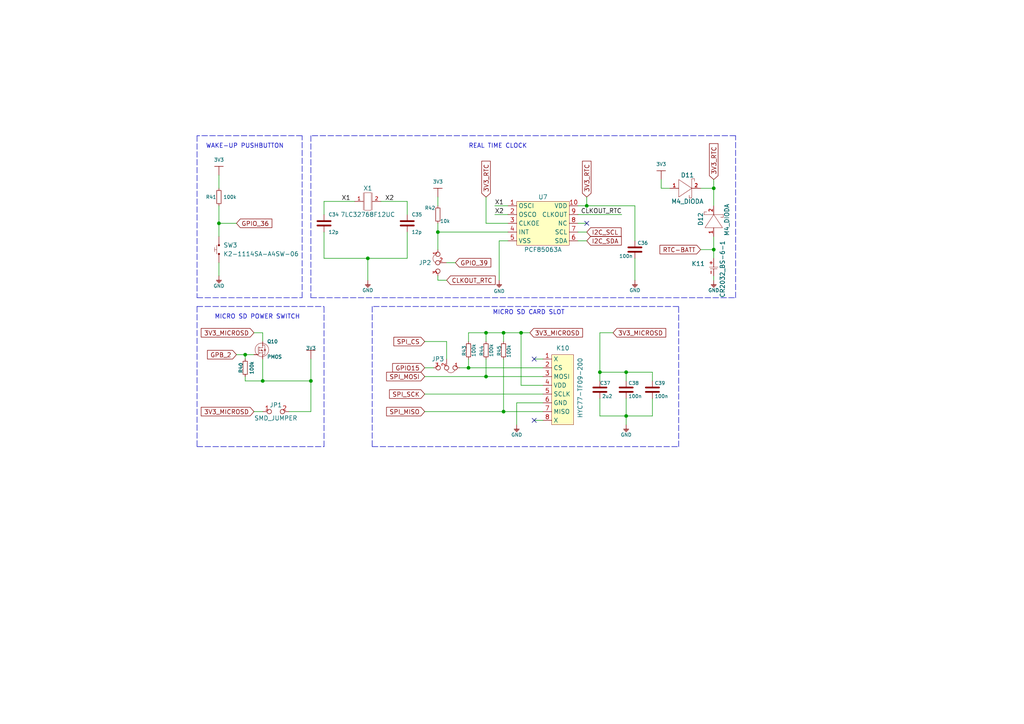
<source format=kicad_sch>
(kicad_sch (version 20211123) (generator eeschema)

  (uuid 45df35ca-0edf-44b6-8e35-4469b48299b6)

  (paper "A4")

  (title_block
    (title "Soldered Inkplate 5 Gen2")
    (date "2024-05-27")
    (rev "V1.1.0")
    (company "SOLDERED")
    (comment 1 "333333")
  )

  (lib_symbols
    (symbol "0603C_1" (pin_numbers hide) (pin_names (offset 0.002)) (in_bom yes) (on_board yes)
      (property "Reference" "C" (id 0) (at 0 3.81 0)
        (effects (font (size 1 1)))
      )
      (property "Value" "0603C_1" (id 1) (at 0 -3.175 0)
        (effects (font (size 1 1)))
      )
      (property "Footprint" "e-radionica.com footprinti:0603C" (id 2) (at 0.635 -4.445 0)
        (effects (font (size 1 1)) hide)
      )
      (property "Datasheet" "" (id 3) (at 0 0 0)
        (effects (font (size 1 1)) hide)
      )
      (symbol "0603C_1_0_1"
        (polyline
          (pts
            (xy -0.635 1.905)
            (xy -0.635 -1.905)
          )
          (stroke (width 0.5) (type default) (color 0 0 0 0))
          (fill (type none))
        )
        (polyline
          (pts
            (xy 0.635 1.905)
            (xy 0.635 -1.905)
          )
          (stroke (width 0.5) (type default) (color 0 0 0 0))
          (fill (type none))
        )
      )
      (symbol "0603C_1_1_1"
        (pin passive line (at -2.54 0 0) (length 1.9)
          (name "~" (effects (font (size 1.27 1.27))))
          (number "1" (effects (font (size 1.27 1.27))))
        )
        (pin passive line (at 2.54 0 180) (length 1.9)
          (name "~" (effects (font (size 1.27 1.27))))
          (number "2" (effects (font (size 1.27 1.27))))
        )
      )
    )
    (symbol "0603C_2" (pin_numbers hide) (pin_names (offset 0.002)) (in_bom yes) (on_board yes)
      (property "Reference" "C" (id 0) (at 0 3.81 0)
        (effects (font (size 1 1)))
      )
      (property "Value" "0603C_2" (id 1) (at 0 -3.175 0)
        (effects (font (size 1 1)))
      )
      (property "Footprint" "e-radionica.com footprinti:0603C" (id 2) (at 0.635 -4.445 0)
        (effects (font (size 1 1)) hide)
      )
      (property "Datasheet" "" (id 3) (at 0 0 0)
        (effects (font (size 1 1)) hide)
      )
      (symbol "0603C_2_0_1"
        (polyline
          (pts
            (xy -0.635 1.905)
            (xy -0.635 -1.905)
          )
          (stroke (width 0.5) (type default) (color 0 0 0 0))
          (fill (type none))
        )
        (polyline
          (pts
            (xy 0.635 1.905)
            (xy 0.635 -1.905)
          )
          (stroke (width 0.5) (type default) (color 0 0 0 0))
          (fill (type none))
        )
      )
      (symbol "0603C_2_1_1"
        (pin passive line (at -2.54 0 0) (length 1.9)
          (name "~" (effects (font (size 1.27 1.27))))
          (number "1" (effects (font (size 1.27 1.27))))
        )
        (pin passive line (at 2.54 0 180) (length 1.9)
          (name "~" (effects (font (size 1.27 1.27))))
          (number "2" (effects (font (size 1.27 1.27))))
        )
      )
    )
    (symbol "0603C_3" (pin_numbers hide) (pin_names (offset 0.002)) (in_bom yes) (on_board yes)
      (property "Reference" "C" (id 0) (at 0 3.81 0)
        (effects (font (size 1 1)))
      )
      (property "Value" "0603C_3" (id 1) (at 0 -3.175 0)
        (effects (font (size 1 1)))
      )
      (property "Footprint" "e-radionica.com footprinti:0603C" (id 2) (at 0.635 -4.445 0)
        (effects (font (size 1 1)) hide)
      )
      (property "Datasheet" "" (id 3) (at 0 0 0)
        (effects (font (size 1 1)) hide)
      )
      (symbol "0603C_3_0_1"
        (polyline
          (pts
            (xy -0.635 1.905)
            (xy -0.635 -1.905)
          )
          (stroke (width 0.5) (type default) (color 0 0 0 0))
          (fill (type none))
        )
        (polyline
          (pts
            (xy 0.635 1.905)
            (xy 0.635 -1.905)
          )
          (stroke (width 0.5) (type default) (color 0 0 0 0))
          (fill (type none))
        )
      )
      (symbol "0603C_3_1_1"
        (pin passive line (at -2.54 0 0) (length 1.9)
          (name "~" (effects (font (size 1.27 1.27))))
          (number "1" (effects (font (size 1.27 1.27))))
        )
        (pin passive line (at 2.54 0 180) (length 1.9)
          (name "~" (effects (font (size 1.27 1.27))))
          (number "2" (effects (font (size 1.27 1.27))))
        )
      )
    )
    (symbol "0603C_4" (pin_numbers hide) (pin_names (offset 0.002)) (in_bom yes) (on_board yes)
      (property "Reference" "C" (id 0) (at 0 3.81 0)
        (effects (font (size 1 1)))
      )
      (property "Value" "0603C_4" (id 1) (at 0 -3.175 0)
        (effects (font (size 1 1)))
      )
      (property "Footprint" "e-radionica.com footprinti:0603C" (id 2) (at 0.635 -4.445 0)
        (effects (font (size 1 1)) hide)
      )
      (property "Datasheet" "" (id 3) (at 0 0 0)
        (effects (font (size 1 1)) hide)
      )
      (symbol "0603C_4_0_1"
        (polyline
          (pts
            (xy -0.635 1.905)
            (xy -0.635 -1.905)
          )
          (stroke (width 0.5) (type default) (color 0 0 0 0))
          (fill (type none))
        )
        (polyline
          (pts
            (xy 0.635 1.905)
            (xy 0.635 -1.905)
          )
          (stroke (width 0.5) (type default) (color 0 0 0 0))
          (fill (type none))
        )
      )
      (symbol "0603C_4_1_1"
        (pin passive line (at -2.54 0 0) (length 1.9)
          (name "~" (effects (font (size 1.27 1.27))))
          (number "1" (effects (font (size 1.27 1.27))))
        )
        (pin passive line (at 2.54 0 180) (length 1.9)
          (name "~" (effects (font (size 1.27 1.27))))
          (number "2" (effects (font (size 1.27 1.27))))
        )
      )
    )
    (symbol "0603C_5" (pin_numbers hide) (pin_names (offset 0.002)) (in_bom yes) (on_board yes)
      (property "Reference" "C" (id 0) (at 0 3.81 0)
        (effects (font (size 1 1)))
      )
      (property "Value" "0603C_5" (id 1) (at 0 -3.175 0)
        (effects (font (size 1 1)))
      )
      (property "Footprint" "e-radionica.com footprinti:0603C" (id 2) (at 0.635 -4.445 0)
        (effects (font (size 1 1)) hide)
      )
      (property "Datasheet" "" (id 3) (at 0 0 0)
        (effects (font (size 1 1)) hide)
      )
      (symbol "0603C_5_0_1"
        (polyline
          (pts
            (xy -0.635 1.905)
            (xy -0.635 -1.905)
          )
          (stroke (width 0.5) (type default) (color 0 0 0 0))
          (fill (type none))
        )
        (polyline
          (pts
            (xy 0.635 1.905)
            (xy 0.635 -1.905)
          )
          (stroke (width 0.5) (type default) (color 0 0 0 0))
          (fill (type none))
        )
      )
      (symbol "0603C_5_1_1"
        (pin passive line (at -2.54 0 0) (length 1.9)
          (name "~" (effects (font (size 1.27 1.27))))
          (number "1" (effects (font (size 1.27 1.27))))
        )
        (pin passive line (at 2.54 0 180) (length 1.9)
          (name "~" (effects (font (size 1.27 1.27))))
          (number "2" (effects (font (size 1.27 1.27))))
        )
      )
    )
    (symbol "0603R_1" (pin_numbers hide) (pin_names (offset 0.254)) (in_bom yes) (on_board yes)
      (property "Reference" "R" (id 0) (at 0 1.27 0)
        (effects (font (size 1 1)))
      )
      (property "Value" "0603R_1" (id 1) (at 0 -1.905 0)
        (effects (font (size 1 1)))
      )
      (property "Footprint" "e-radionica.com footprinti:0603R" (id 2) (at 0 -3.81 0)
        (effects (font (size 1 1)) hide)
      )
      (property "Datasheet" "" (id 3) (at -0.635 1.905 0)
        (effects (font (size 1 1)) hide)
      )
      (symbol "0603R_1_0_1"
        (rectangle (start -1.905 0.635) (end 1.905 -0.635)
          (stroke (width 0.15) (type default) (color 0 0 0 0))
          (fill (type none))
        )
      )
      (symbol "0603R_1_1_1"
        (pin passive line (at -2.54 0 0) (length 0.63)
          (name "~" (effects (font (size 1.27 1.27))))
          (number "1" (effects (font (size 1.27 1.27))))
        )
        (pin passive line (at 2.54 0 180) (length 0.63)
          (name "~" (effects (font (size 1.27 1.27))))
          (number "2" (effects (font (size 1.27 1.27))))
        )
      )
    )
    (symbol "0603R_2" (pin_numbers hide) (pin_names (offset 0.254)) (in_bom yes) (on_board yes)
      (property "Reference" "R" (id 0) (at 0 1.27 0)
        (effects (font (size 1 1)))
      )
      (property "Value" "0603R_2" (id 1) (at 0 -1.905 0)
        (effects (font (size 1 1)))
      )
      (property "Footprint" "e-radionica.com footprinti:0603R" (id 2) (at 0 -3.81 0)
        (effects (font (size 1 1)) hide)
      )
      (property "Datasheet" "" (id 3) (at -0.635 1.905 0)
        (effects (font (size 1 1)) hide)
      )
      (symbol "0603R_2_0_1"
        (rectangle (start -1.905 0.635) (end 1.905 -0.635)
          (stroke (width 0.15) (type default) (color 0 0 0 0))
          (fill (type none))
        )
      )
      (symbol "0603R_2_1_1"
        (pin passive line (at -2.54 0 0) (length 0.63)
          (name "~" (effects (font (size 1.27 1.27))))
          (number "1" (effects (font (size 1.27 1.27))))
        )
        (pin passive line (at 2.54 0 180) (length 0.63)
          (name "~" (effects (font (size 1.27 1.27))))
          (number "2" (effects (font (size 1.27 1.27))))
        )
      )
    )
    (symbol "0603R_3" (pin_numbers hide) (pin_names (offset 0.254)) (in_bom yes) (on_board yes)
      (property "Reference" "R" (id 0) (at 0 1.27 0)
        (effects (font (size 1 1)))
      )
      (property "Value" "0603R_3" (id 1) (at 0 -1.905 0)
        (effects (font (size 1 1)))
      )
      (property "Footprint" "e-radionica.com footprinti:0603R" (id 2) (at 0 -3.81 0)
        (effects (font (size 1 1)) hide)
      )
      (property "Datasheet" "" (id 3) (at -0.635 1.905 0)
        (effects (font (size 1 1)) hide)
      )
      (symbol "0603R_3_0_1"
        (rectangle (start -1.905 0.635) (end 1.905 -0.635)
          (stroke (width 0.15) (type default) (color 0 0 0 0))
          (fill (type none))
        )
      )
      (symbol "0603R_3_1_1"
        (pin passive line (at -2.54 0 0) (length 0.63)
          (name "~" (effects (font (size 1.27 1.27))))
          (number "1" (effects (font (size 1.27 1.27))))
        )
        (pin passive line (at 2.54 0 180) (length 0.63)
          (name "~" (effects (font (size 1.27 1.27))))
          (number "2" (effects (font (size 1.27 1.27))))
        )
      )
    )
    (symbol "0603R_4" (pin_numbers hide) (pin_names (offset 0.254)) (in_bom yes) (on_board yes)
      (property "Reference" "R" (id 0) (at 0 1.27 0)
        (effects (font (size 1 1)))
      )
      (property "Value" "0603R_4" (id 1) (at 0 -1.905 0)
        (effects (font (size 1 1)))
      )
      (property "Footprint" "e-radionica.com footprinti:0603R" (id 2) (at 0 -3.81 0)
        (effects (font (size 1 1)) hide)
      )
      (property "Datasheet" "" (id 3) (at -0.635 1.905 0)
        (effects (font (size 1 1)) hide)
      )
      (symbol "0603R_4_0_1"
        (rectangle (start -1.905 0.635) (end 1.905 -0.635)
          (stroke (width 0.15) (type default) (color 0 0 0 0))
          (fill (type none))
        )
      )
      (symbol "0603R_4_1_1"
        (pin passive line (at -2.54 0 0) (length 0.63)
          (name "~" (effects (font (size 1.27 1.27))))
          (number "1" (effects (font (size 1.27 1.27))))
        )
        (pin passive line (at 2.54 0 180) (length 0.63)
          (name "~" (effects (font (size 1.27 1.27))))
          (number "2" (effects (font (size 1.27 1.27))))
        )
      )
    )
    (symbol "0603R_5" (pin_numbers hide) (pin_names (offset 0.254)) (in_bom yes) (on_board yes)
      (property "Reference" "R" (id 0) (at 0 1.27 0)
        (effects (font (size 1 1)))
      )
      (property "Value" "0603R_5" (id 1) (at 0 -1.905 0)
        (effects (font (size 1 1)))
      )
      (property "Footprint" "e-radionica.com footprinti:0603R" (id 2) (at 0 -3.81 0)
        (effects (font (size 1 1)) hide)
      )
      (property "Datasheet" "" (id 3) (at -0.635 1.905 0)
        (effects (font (size 1 1)) hide)
      )
      (symbol "0603R_5_0_1"
        (rectangle (start -1.905 0.635) (end 1.905 -0.635)
          (stroke (width 0.15) (type default) (color 0 0 0 0))
          (fill (type none))
        )
      )
      (symbol "0603R_5_1_1"
        (pin passive line (at -2.54 0 0) (length 0.63)
          (name "~" (effects (font (size 1.27 1.27))))
          (number "1" (effects (font (size 1.27 1.27))))
        )
        (pin passive line (at 2.54 0 180) (length 0.63)
          (name "~" (effects (font (size 1.27 1.27))))
          (number "2" (effects (font (size 1.27 1.27))))
        )
      )
    )
    (symbol "SMD_JUMPER_3_PAD_CONNECTED_LEFT_TRACE_1" (in_bom yes) (on_board yes)
      (property "Reference" "JP" (id 0) (at 0 2.413 0)
        (effects (font (size 1.27 1.27)))
      )
      (property "Value" "SMD_JUMPER_3_PAD_CONNECTED_LEFT_TRACE_1" (id 1) (at -1.27 -7.62 0)
        (effects (font (size 1.27 1.27)) hide)
      )
      (property "Footprint" "e-radionica.com footprinti:SMD_JUMPER_3_PAD_CONNECTED_LEFT_TRACE" (id 2) (at 2.54 -12.7 0)
        (effects (font (size 1.27 1.27)) hide)
      )
      (property "Datasheet" "" (id 3) (at 1.27 0 0)
        (effects (font (size 1.27 1.27)) hide)
      )
      (symbol "SMD_JUMPER_3_PAD_CONNECTED_LEFT_TRACE_1_0_1"
        (arc (start 0 0.635) (mid -1.2065 1.4342) (end -2.413 0.635)
          (stroke (width 0.1) (type default) (color 0 0 0 0))
          (fill (type none))
        )
      )
      (symbol "SMD_JUMPER_3_PAD_CONNECTED_LEFT_TRACE_1_1_1"
        (pin passive inverted (at -3.81 0 0) (length 2)
          (name "" (effects (font (size 1 1))))
          (number "1" (effects (font (size 1 1))))
        )
        (pin passive inverted (at 0 -2.54 90) (length 3.2)
          (name "" (effects (font (size 1 1))))
          (number "2" (effects (font (size 1 1))))
        )
        (pin passive inverted (at 3.81 0 180) (length 2)
          (name "" (effects (font (size 1 1))))
          (number "3" (effects (font (size 1 1))))
        )
      )
    )
    (symbol "e-radionica.com schematics:0603C" (pin_numbers hide) (pin_names (offset 0.002)) (in_bom yes) (on_board yes)
      (property "Reference" "C" (id 0) (at 0 3.81 0)
        (effects (font (size 1 1)))
      )
      (property "Value" "0603C" (id 1) (at 0 -3.175 0)
        (effects (font (size 1 1)))
      )
      (property "Footprint" "e-radionica.com footprinti:0603C" (id 2) (at 0.635 -4.445 0)
        (effects (font (size 1 1)) hide)
      )
      (property "Datasheet" "" (id 3) (at 0 0 0)
        (effects (font (size 1 1)) hide)
      )
      (symbol "0603C_0_1"
        (polyline
          (pts
            (xy -0.635 1.905)
            (xy -0.635 -1.905)
          )
          (stroke (width 0.5) (type default) (color 0 0 0 0))
          (fill (type none))
        )
        (polyline
          (pts
            (xy 0.635 1.905)
            (xy 0.635 -1.905)
          )
          (stroke (width 0.5) (type default) (color 0 0 0 0))
          (fill (type none))
        )
      )
      (symbol "0603C_1_1"
        (pin passive line (at -2.54 0 0) (length 1.9)
          (name "~" (effects (font (size 1.27 1.27))))
          (number "1" (effects (font (size 1.27 1.27))))
        )
        (pin passive line (at 2.54 0 180) (length 1.9)
          (name "~" (effects (font (size 1.27 1.27))))
          (number "2" (effects (font (size 1.27 1.27))))
        )
      )
    )
    (symbol "e-radionica.com schematics:0603R" (pin_numbers hide) (pin_names (offset 0.254)) (in_bom yes) (on_board yes)
      (property "Reference" "R" (id 0) (at 0 1.27 0)
        (effects (font (size 1 1)))
      )
      (property "Value" "0603R" (id 1) (at 0 -1.905 0)
        (effects (font (size 1 1)))
      )
      (property "Footprint" "e-radionica.com footprinti:0603R" (id 2) (at 0 -3.81 0)
        (effects (font (size 1 1)) hide)
      )
      (property "Datasheet" "" (id 3) (at -0.635 1.905 0)
        (effects (font (size 1 1)) hide)
      )
      (symbol "0603R_0_1"
        (rectangle (start -1.905 0.635) (end 1.905 -0.635)
          (stroke (width 0.15) (type default) (color 0 0 0 0))
          (fill (type none))
        )
      )
      (symbol "0603R_1_1"
        (pin passive line (at -2.54 0 0) (length 0.63)
          (name "~" (effects (font (size 1.27 1.27))))
          (number "1" (effects (font (size 1.27 1.27))))
        )
        (pin passive line (at 2.54 0 180) (length 0.63)
          (name "~" (effects (font (size 1.27 1.27))))
          (number "2" (effects (font (size 1.27 1.27))))
        )
      )
    )
    (symbol "e-radionica.com schematics:3V3" (power) (pin_names (offset 0)) (in_bom yes) (on_board yes)
      (property "Reference" "#PWR" (id 0) (at 4.445 0 0)
        (effects (font (size 1 1)) hide)
      )
      (property "Value" "3V3" (id 1) (at 0 3.556 0)
        (effects (font (size 1 1)))
      )
      (property "Footprint" "" (id 2) (at 4.445 3.81 0)
        (effects (font (size 1 1)) hide)
      )
      (property "Datasheet" "" (id 3) (at 4.445 3.81 0)
        (effects (font (size 1 1)) hide)
      )
      (property "ki_keywords" "power-flag" (id 4) (at 0 0 0)
        (effects (font (size 1.27 1.27)) hide)
      )
      (property "ki_description" "Power symbol creates a global label with name \"3V3\"" (id 5) (at 0 0 0)
        (effects (font (size 1.27 1.27)) hide)
      )
      (symbol "3V3_0_1"
        (polyline
          (pts
            (xy -1.27 2.54)
            (xy 1.27 2.54)
          )
          (stroke (width 0.16) (type default) (color 0 0 0 0))
          (fill (type none))
        )
        (polyline
          (pts
            (xy 0 0)
            (xy 0 2.54)
          )
          (stroke (width 0) (type default) (color 0 0 0 0))
          (fill (type none))
        )
      )
      (symbol "3V3_1_1"
        (pin power_in line (at 0 0 90) (length 0) hide
          (name "3V3" (effects (font (size 1.27 1.27))))
          (number "1" (effects (font (size 1.27 1.27))))
        )
      )
    )
    (symbol "e-radionica.com schematics:ABS07AIG-32.768KHZ-7-D-T" (in_bom yes) (on_board yes)
      (property "Reference" "X" (id 0) (at 0 3.81 0)
        (effects (font (size 1.27 1.27)))
      )
      (property "Value" "ABS07AIG-32.768KHZ-7-D-T" (id 1) (at 0 -3.81 0)
        (effects (font (size 1.27 1.27)))
      )
      (property "Footprint" "e-radionica.com footprinti:ABS07AIG-32.768KHZ-7-D-T" (id 2) (at 0 0 0)
        (effects (font (size 1.27 1.27)) hide)
      )
      (property "Datasheet" "" (id 3) (at 0 0 0)
        (effects (font (size 1.27 1.27)) hide)
      )
      (symbol "ABS07AIG-32.768KHZ-7-D-T_0_1"
        (polyline
          (pts
            (xy -1.27 2.54)
            (xy -1.27 -2.54)
          )
          (stroke (width 0.0006) (type default) (color 0 0 0 0))
          (fill (type none))
        )
        (polyline
          (pts
            (xy 1.27 2.54)
            (xy 1.27 -2.54)
            (xy 1.27 -1.27)
          )
          (stroke (width 0.0006) (type default) (color 0 0 0 0))
          (fill (type none))
        )
        (polyline
          (pts
            (xy -1.016 2.54)
            (xy -1.016 -2.54)
            (xy 1.016 -2.54)
            (xy 1.016 2.54)
            (xy -1.016 2.54)
            (xy 0.762 2.54)
          )
          (stroke (width 0.0006) (type default) (color 0 0 0 0))
          (fill (type none))
        )
      )
      (symbol "ABS07AIG-32.768KHZ-7-D-T_1_1"
        (pin passive line (at -3.81 0 0) (length 2.54)
          (name "~" (effects (font (size 1 1))))
          (number "1" (effects (font (size 1 1))))
        )
        (pin passive line (at 3.81 0 180) (length 2.54)
          (name "~" (effects (font (size 1 1))))
          (number "2" (effects (font (size 1 1))))
        )
      )
    )
    (symbol "e-radionica.com schematics:CR2032_BS-6-1" (in_bom yes) (on_board yes)
      (property "Reference" "K" (id 0) (at 0 2.54 0)
        (effects (font (size 1.27 1.27)))
      )
      (property "Value" "CR2032_BS-6-1" (id 1) (at 0 -2.54 0)
        (effects (font (size 1.27 1.27)))
      )
      (property "Footprint" "e-radionica.com footprinti:CR2032-BS-6-1" (id 2) (at 0 -5.08 0)
        (effects (font (size 1.27 1.27)) hide)
      )
      (property "Datasheet" "" (id 3) (at 0 0 0)
        (effects (font (size 1.27 1.27)) hide)
      )
      (property "ki_keywords" "CR2032 BS-6" (id 4) (at 0 0 0)
        (effects (font (size 1.27 1.27)) hide)
      )
      (property "ki_description" "CR2032 HOLDER" (id 5) (at 0 0 0)
        (effects (font (size 1.27 1.27)) hide)
      )
      (symbol "CR2032_BS-6-1_0_1"
        (polyline
          (pts
            (xy 0 -1.27)
            (xy 0 1.27)
            (xy 0 -0.762)
          )
          (stroke (width 0.1) (type default) (color 0 0 0 0))
          (fill (type none))
        )
        (polyline
          (pts
            (xy 0.508 1.016)
            (xy 0.508 -1.016)
            (xy 0.508 -0.762)
          )
          (stroke (width 0.1) (type default) (color 0 0 0 0))
          (fill (type none))
        )
      )
      (symbol "CR2032_BS-6-1_1_1"
        (pin input line (at -2.54 0 0) (length 2.54)
          (name "" (effects (font (size 1 1))))
          (number "+" (effects (font (size 1 1))))
        )
        (pin output line (at 2.54 0 180) (length 2.04)
          (name "" (effects (font (size 1 1))))
          (number "-" (effects (font (size 1 1))))
        )
      )
    )
    (symbol "e-radionica.com schematics:GND" (power) (pin_names (offset 0)) (in_bom yes) (on_board yes)
      (property "Reference" "#PWR" (id 0) (at 4.445 0 0)
        (effects (font (size 1 1)) hide)
      )
      (property "Value" "GND" (id 1) (at 0 -2.921 0)
        (effects (font (size 1 1)))
      )
      (property "Footprint" "" (id 2) (at 4.445 3.81 0)
        (effects (font (size 1 1)) hide)
      )
      (property "Datasheet" "" (id 3) (at 4.445 3.81 0)
        (effects (font (size 1 1)) hide)
      )
      (property "ki_keywords" "power-flag" (id 4) (at 0 0 0)
        (effects (font (size 1.27 1.27)) hide)
      )
      (property "ki_description" "Power symbol creates a global label with name \"GND\"" (id 5) (at 0 0 0)
        (effects (font (size 1.27 1.27)) hide)
      )
      (symbol "GND_0_1"
        (polyline
          (pts
            (xy -0.762 -1.27)
            (xy 0.762 -1.27)
          )
          (stroke (width 0.16) (type default) (color 0 0 0 0))
          (fill (type none))
        )
        (polyline
          (pts
            (xy -0.635 -1.524)
            (xy 0.635 -1.524)
          )
          (stroke (width 0.16) (type default) (color 0 0 0 0))
          (fill (type none))
        )
        (polyline
          (pts
            (xy -0.381 -1.778)
            (xy 0.381 -1.778)
          )
          (stroke (width 0.16) (type default) (color 0 0 0 0))
          (fill (type none))
        )
        (polyline
          (pts
            (xy -0.127 -2.032)
            (xy 0.127 -2.032)
          )
          (stroke (width 0.16) (type default) (color 0 0 0 0))
          (fill (type none))
        )
        (polyline
          (pts
            (xy 0 0)
            (xy 0 -1.27)
          )
          (stroke (width 0.16) (type default) (color 0 0 0 0))
          (fill (type none))
        )
      )
      (symbol "GND_1_1"
        (pin power_in line (at 0 0 270) (length 0) hide
          (name "GND" (effects (font (size 1.27 1.27))))
          (number "1" (effects (font (size 1.27 1.27))))
        )
      )
    )
    (symbol "e-radionica.com schematics:HYC77-TF09-200" (in_bom yes) (on_board yes)
      (property "Reference" "K" (id 0) (at 0 11.43 0)
        (effects (font (size 1.27 1.27)))
      )
      (property "Value" "HYC77-TF09-200" (id 1) (at 0 -11.43 0)
        (effects (font (size 1.27 1.27)))
      )
      (property "Footprint" "e-radionica.com footprinti:HYC77-TF09-200" (id 2) (at 0 -13.97 0)
        (effects (font (size 1.27 1.27)) hide)
      )
      (property "Datasheet" "" (id 3) (at -1.27 5.08 0)
        (effects (font (size 1.27 1.27)) hide)
      )
      (property "ki_keywords" "micro SD card holder" (id 4) (at 0 0 0)
        (effects (font (size 1.27 1.27)) hide)
      )
      (property "ki_description" "Micro SDcard holder" (id 5) (at 0 0 0)
        (effects (font (size 1.27 1.27)) hide)
      )
      (symbol "HYC77-TF09-200_0_1"
        (rectangle (start -2.54 10.16) (end 3.81 -10.16)
          (stroke (width 0.1) (type default) (color 0 0 0 0))
          (fill (type background))
        )
      )
      (symbol "HYC77-TF09-200_1_1"
        (pin bidirectional line (at -5.08 8.89 0) (length 2.54)
          (name "X" (effects (font (size 1.27 1.27))))
          (number "1" (effects (font (size 1.27 1.27))))
        )
        (pin bidirectional line (at -5.08 6.35 0) (length 2.54)
          (name "CS" (effects (font (size 1.27 1.27))))
          (number "2" (effects (font (size 1.27 1.27))))
        )
        (pin bidirectional line (at -5.08 3.81 0) (length 2.54)
          (name "MOSI" (effects (font (size 1.27 1.27))))
          (number "3" (effects (font (size 1.27 1.27))))
        )
        (pin bidirectional line (at -5.08 1.27 0) (length 2.54)
          (name "VDD" (effects (font (size 1.27 1.27))))
          (number "4" (effects (font (size 1.27 1.27))))
        )
        (pin bidirectional line (at -5.08 -1.27 0) (length 2.54)
          (name "SCLK" (effects (font (size 1.27 1.27))))
          (number "5" (effects (font (size 1.27 1.27))))
        )
        (pin bidirectional line (at -5.08 -3.81 0) (length 2.54)
          (name "GND" (effects (font (size 1.27 1.27))))
          (number "6" (effects (font (size 1.27 1.27))))
        )
        (pin bidirectional line (at -5.08 -6.35 0) (length 2.54)
          (name "MISO" (effects (font (size 1.27 1.27))))
          (number "7" (effects (font (size 1.27 1.27))))
        )
        (pin bidirectional line (at -5.08 -8.89 0) (length 2.54)
          (name "X" (effects (font (size 1.27 1.27))))
          (number "8" (effects (font (size 1.27 1.27))))
        )
      )
    )
    (symbol "e-radionica.com schematics:K2-1114SA-A4SW-06" (pin_numbers hide) (pin_names hide) (in_bom yes) (on_board yes)
      (property "Reference" "SW" (id 0) (at 0 2.54 0)
        (effects (font (size 1.27 1.27)))
      )
      (property "Value" "K2-1114SA-A4SW-06" (id 1) (at 0 -2.54 0)
        (effects (font (size 1.27 1.27)))
      )
      (property "Footprint" "e-radionica.com footprinti:K2-1114SA-A4SW-06" (id 2) (at 0 -5.08 0)
        (effects (font (size 1.27 1.27)) hide)
      )
      (property "Datasheet" "" (id 3) (at 1.27 17.78 0)
        (effects (font (size 1.27 1.27)) hide)
      )
      (symbol "K2-1114SA-A4SW-06_0_1"
        (circle (center -1.27 0) (radius 0.254)
          (stroke (width 0.001) (type default) (color 0 0 0 0))
          (fill (type outline))
        )
        (polyline
          (pts
            (xy -1.27 0.635)
            (xy 1.27 0.635)
          )
          (stroke (width 0.1) (type default) (color 0 0 0 0))
          (fill (type none))
        )
        (polyline
          (pts
            (xy 0 0.635)
            (xy 0 1.27)
          )
          (stroke (width 0.0006) (type default) (color 0 0 0 0))
          (fill (type none))
        )
        (polyline
          (pts
            (xy 0.635 1.27)
            (xy -0.635 1.27)
          )
          (stroke (width 0.1) (type default) (color 0 0 0 0))
          (fill (type none))
        )
        (circle (center 1.27 0) (radius 0.254)
          (stroke (width 0.001) (type default) (color 0 0 0 0))
          (fill (type outline))
        )
      )
      (symbol "K2-1114SA-A4SW-06_1_1"
        (pin passive line (at -3.81 0 0) (length 2.54)
          (name "~" (effects (font (size 1 1))))
          (number "1" (effects (font (size 1 1))))
        )
        (pin passive line (at 3.81 0 180) (length 2.54)
          (name "~" (effects (font (size 1 1))))
          (number "2" (effects (font (size 1 1))))
        )
      )
    )
    (symbol "e-radionica.com schematics:M4_DIODA" (pin_names hide) (in_bom yes) (on_board yes)
      (property "Reference" "D" (id 0) (at 0 3.81 0)
        (effects (font (size 1.27 1.27)))
      )
      (property "Value" "M4_DIODA" (id 1) (at 0 -4.572 0)
        (effects (font (size 1.27 1.27)))
      )
      (property "Footprint" "e-radionica.com footprinti:M4_DIODA" (id 2) (at 0 -6.35 0)
        (effects (font (size 1.27 1.27)) hide)
      )
      (property "Datasheet" "" (id 3) (at 0 0 0)
        (effects (font (size 1.27 1.27)) hide)
      )
      (symbol "M4_DIODA_0_1"
        (polyline
          (pts
            (xy -2.54 2.54)
            (xy -2.54 -2.54)
            (xy 1.27 0)
            (xy -2.54 2.54)
          )
          (stroke (width 0.1) (type default) (color 0 0 0 0))
          (fill (type none))
        )
        (polyline
          (pts
            (xy 1.27 2.794)
            (xy 1.27 -2.794)
            (xy 0.508 -2.794)
            (xy 0.508 -2.032)
          )
          (stroke (width 0.1) (type default) (color 0 0 0 0))
          (fill (type none))
        )
        (polyline
          (pts
            (xy 1.27 2.794)
            (xy 2.032 2.794)
            (xy 2.032 2.032)
            (xy 2.032 2.54)
          )
          (stroke (width 0.1) (type default) (color 0 0 0 0))
          (fill (type none))
        )
      )
      (symbol "M4_DIODA_1_1"
        (pin passive line (at -5.08 0 0) (length 2.54)
          (name "A" (effects (font (size 1 1))))
          (number "1" (effects (font (size 1 1))))
        )
        (pin passive line (at 3.81 0 180) (length 2.54)
          (name "K" (effects (font (size 1 1))))
          (number "2" (effects (font (size 1 1))))
        )
      )
    )
    (symbol "e-radionica.com schematics:PCF85063A" (in_bom yes) (on_board yes)
      (property "Reference" "U" (id 0) (at 0 7.62 0)
        (effects (font (size 1.27 1.27)))
      )
      (property "Value" "PCF85063A" (id 1) (at 0 -7.62 0)
        (effects (font (size 1.27 1.27)))
      )
      (property "Footprint" "e-radionica.com footprinti:PCF85063A" (id 2) (at 0 -10.16 0)
        (effects (font (size 1.27 1.27)) hide)
      )
      (property "Datasheet" "" (id 3) (at -6.35 2.54 0)
        (effects (font (size 1.27 1.27)) hide)
      )
      (symbol "PCF85063A_0_1"
        (rectangle (start -7.62 6.35) (end 7.62 -6.35)
          (stroke (width 0.1) (type default) (color 0 0 0 0))
          (fill (type background))
        )
      )
      (symbol "PCF85063A_1_1"
        (pin passive line (at -10.16 5.08 0) (length 2.54)
          (name "OSCI" (effects (font (size 1.27 1.27))))
          (number "1" (effects (font (size 1.27 1.27))))
        )
        (pin passive line (at 10.16 5.08 180) (length 2.54)
          (name "VDD" (effects (font (size 1.27 1.27))))
          (number "10" (effects (font (size 1.27 1.27))))
        )
        (pin passive line (at -10.16 2.54 0) (length 2.54)
          (name "OSCO" (effects (font (size 1.27 1.27))))
          (number "2" (effects (font (size 1.27 1.27))))
        )
        (pin passive line (at -10.16 0 0) (length 2.54)
          (name "CLKOE" (effects (font (size 1.27 1.27))))
          (number "3" (effects (font (size 1.27 1.27))))
        )
        (pin passive line (at -10.16 -2.54 0) (length 2.54)
          (name "INT" (effects (font (size 1.27 1.27))))
          (number "4" (effects (font (size 1.27 1.27))))
        )
        (pin passive line (at -10.16 -5.08 0) (length 2.54)
          (name "VSS" (effects (font (size 1.27 1.27))))
          (number "5" (effects (font (size 1.27 1.27))))
        )
        (pin passive line (at 10.16 -5.08 180) (length 2.54)
          (name "SDA" (effects (font (size 1.27 1.27))))
          (number "6" (effects (font (size 1.27 1.27))))
        )
        (pin passive line (at 10.16 -2.54 180) (length 2.54)
          (name "SCL" (effects (font (size 1.27 1.27))))
          (number "7" (effects (font (size 1.27 1.27))))
        )
        (pin passive line (at 10.16 0 180) (length 2.54)
          (name "NC" (effects (font (size 1.27 1.27))))
          (number "8" (effects (font (size 1.27 1.27))))
        )
        (pin passive line (at 10.16 2.54 180) (length 2.54)
          (name "CLKOUT" (effects (font (size 1.27 1.27))))
          (number "9" (effects (font (size 1.27 1.27))))
        )
      )
    )
    (symbol "e-radionica.com schematics:PMOS-SOT-23-3" (pin_numbers hide) (pin_names hide) (in_bom yes) (on_board yes)
      (property "Reference" "Q" (id 0) (at -1.27 2.54 0)
        (effects (font (size 1 1)))
      )
      (property "Value" "PMOS-SOT-23-3" (id 1) (at 0.381 -4.064 0)
        (effects (font (size 1 1)))
      )
      (property "Footprint" "e-radionica.com footprinti:SOT-23-3" (id 2) (at 1.27 -7.62 0)
        (effects (font (size 1 1)) hide)
      )
      (property "Datasheet" "" (id 3) (at 0 0 0)
        (effects (font (size 1 1)) hide)
      )
      (symbol "PMOS-SOT-23-3_0_1"
        (polyline
          (pts
            (xy 0 -1.27)
            (xy 0 1.016)
          )
          (stroke (width 0.1) (type default) (color 0 0 0 0))
          (fill (type none))
        )
        (polyline
          (pts
            (xy 0.254 -1.016)
            (xy 0.254 -0.508)
          )
          (stroke (width 0.1) (type default) (color 0 0 0 0))
          (fill (type none))
        )
        (polyline
          (pts
            (xy 0.254 -0.762)
            (xy 1.27 -0.762)
          )
          (stroke (width 0.1) (type default) (color 0 0 0 0))
          (fill (type none))
        )
        (polyline
          (pts
            (xy 0.254 -0.254)
            (xy 0.254 0.254)
          )
          (stroke (width 0.1) (type default) (color 0 0 0 0))
          (fill (type none))
        )
        (polyline
          (pts
            (xy 0.254 0.762)
            (xy 1.27 0.762)
          )
          (stroke (width 0.1) (type default) (color 0 0 0 0))
          (fill (type none))
        )
        (polyline
          (pts
            (xy 0.254 1.016)
            (xy 0.254 0.508)
          )
          (stroke (width 0.1) (type default) (color 0 0 0 0))
          (fill (type none))
        )
        (polyline
          (pts
            (xy 1.27 -1.27)
            (xy 1.27 -0.762)
          )
          (stroke (width 0.1) (type default) (color 0 0 0 0))
          (fill (type none))
        )
        (polyline
          (pts
            (xy 1.27 0.762)
            (xy 1.27 1.27)
          )
          (stroke (width 0.1) (type default) (color 0 0 0 0))
          (fill (type none))
        )
        (polyline
          (pts
            (xy 2.159 -0.127)
            (xy 1.651 -0.127)
          )
          (stroke (width 0.1) (type default) (color 0 0 0 0))
          (fill (type none))
        )
        (polyline
          (pts
            (xy 2.159 0.254)
            (xy 1.905 -0.127)
          )
          (stroke (width 0.1) (type default) (color 0 0 0 0))
          (fill (type none))
        )
        (polyline
          (pts
            (xy 0.254 0)
            (xy 1.27 0)
            (xy 1.27 -0.762)
          )
          (stroke (width 0.1) (type default) (color 0 0 0 0))
          (fill (type none))
        )
        (polyline
          (pts
            (xy 2.159 0.254)
            (xy 1.651 0.254)
            (xy 1.905 -0.127)
          )
          (stroke (width 0.1) (type default) (color 0 0 0 0))
          (fill (type none))
        )
        (polyline
          (pts
            (xy 1.143 0)
            (xy 0.889 -0.254)
            (xy 0.889 0.254)
            (xy 1.143 0)
          )
          (stroke (width 0.1) (type default) (color 0 0 0 0))
          (fill (type none))
        )
        (polyline
          (pts
            (xy 1.27 -1.27)
            (xy 1.905 -1.27)
            (xy 1.905 1.524)
            (xy 1.27 1.524)
          )
          (stroke (width 0.1) (type default) (color 0 0 0 0))
          (fill (type none))
        )
        (circle (center 1.016 0.127) (radius 1.9716)
          (stroke (width 0.1) (type default) (color 0 0 0 0))
          (fill (type none))
        )
      )
      (symbol "PMOS-SOT-23-3_1_1"
        (pin passive line (at -1.27 -1.27 0) (length 1.27)
          (name "G" (effects (font (size 1 1))))
          (number "1" (effects (font (size 1 1))))
        )
        (pin passive line (at 1.27 -2.54 90) (length 1.27)
          (name "S" (effects (font (size 1 1))))
          (number "2" (effects (font (size 1 1))))
        )
        (pin passive line (at 1.27 2.54 270) (length 1.27)
          (name "D" (effects (font (size 1 1))))
          (number "3" (effects (font (size 1 1))))
        )
      )
    )
    (symbol "e-radionica.com schematics:SMD_JUMPER" (in_bom yes) (on_board yes)
      (property "Reference" "JP" (id 0) (at 0 1.397 0)
        (effects (font (size 1.27 1.27)))
      )
      (property "Value" "SMD_JUMPER" (id 1) (at 0 -2.54 0)
        (effects (font (size 1.27 1.27)))
      )
      (property "Footprint" "e-radionica.com footprinti:SMD_JUMPER" (id 2) (at 0 -5.08 0)
        (effects (font (size 1.27 1.27)) hide)
      )
      (property "Datasheet" "" (id 3) (at 0 0 0)
        (effects (font (size 1.27 1.27)) hide)
      )
      (symbol "SMD_JUMPER_1_1"
        (pin passive inverted (at -3.81 0 0) (length 2.54)
          (name "" (effects (font (size 1.27 1.27))))
          (number "1" (effects (font (size 1.27 1.27))))
        )
        (pin passive inverted (at 3.81 0 180) (length 2.54)
          (name "" (effects (font (size 1.27 1.27))))
          (number "2" (effects (font (size 1.27 1.27))))
        )
      )
    )
    (symbol "e-radionica.com schematics:SMD_JUMPER_3_PAD_CONNECTED_LEFT_TRACE" (in_bom yes) (on_board yes)
      (property "Reference" "JP" (id 0) (at 0 2.413 0)
        (effects (font (size 1.27 1.27)))
      )
      (property "Value" "SMD_JUMPER_3_PAD_CONNECTED_LEFT_TRACE" (id 1) (at -1.27 -7.62 0)
        (effects (font (size 1.27 1.27)) hide)
      )
      (property "Footprint" "e-radionica.com footprinti:SMD_JUMPER_3_PAD_CONNECTED_LEFT_TRACE" (id 2) (at 2.54 -12.7 0)
        (effects (font (size 1.27 1.27)) hide)
      )
      (property "Datasheet" "" (id 3) (at 1.27 0 0)
        (effects (font (size 1.27 1.27)) hide)
      )
      (symbol "SMD_JUMPER_3_PAD_CONNECTED_LEFT_TRACE_0_1"
        (arc (start 0 0.635) (mid -1.2065 1.4342) (end -2.413 0.635)
          (stroke (width 0.1) (type default) (color 0 0 0 0))
          (fill (type none))
        )
      )
      (symbol "SMD_JUMPER_3_PAD_CONNECTED_LEFT_TRACE_1_1"
        (pin passive inverted (at -3.81 0 0) (length 2)
          (name "" (effects (font (size 1 1))))
          (number "1" (effects (font (size 1 1))))
        )
        (pin passive inverted (at 0 -2.54 90) (length 3.2)
          (name "" (effects (font (size 1 1))))
          (number "2" (effects (font (size 1 1))))
        )
        (pin passive inverted (at 3.81 0 180) (length 2)
          (name "" (effects (font (size 1 1))))
          (number "3" (effects (font (size 1 1))))
        )
      )
    )
  )

  (junction (at 151.13 96.52) (diameter 0) (color 0 0 0 0)
    (uuid 14df3541-f99b-45ba-9759-3912e042ed54)
  )
  (junction (at 173.99 107.95) (diameter 0) (color 0 0 0 0)
    (uuid 1926d9c5-2938-474b-8652-8e7e0521381f)
  )
  (junction (at 170.18 59.69) (diameter 0) (color 0 0 0 0)
    (uuid 1d6ba148-afde-4aef-acfc-fb7f605b2226)
  )
  (junction (at 181.61 120.65) (diameter 0) (color 0 0 0 0)
    (uuid 43cfea24-2f33-45e9-af3b-be232a2f767c)
  )
  (junction (at 127 67.31) (diameter 0) (color 0 0 0 0)
    (uuid 482926ac-9d01-4957-99a0-964c15744750)
  )
  (junction (at 63.5 64.77) (diameter 0) (color 0 0 0 0)
    (uuid 53daa8de-96ad-4f24-a60f-c3ee1199ad9b)
  )
  (junction (at 140.97 96.52) (diameter 0) (color 0 0 0 0)
    (uuid 5c62dac0-97d2-4e29-8ad0-09cce34474f5)
  )
  (junction (at 181.61 107.95) (diameter 0) (color 0 0 0 0)
    (uuid 5d1d6e97-9926-4754-a40e-645482d8268b)
  )
  (junction (at 106.68 74.93) (diameter 0) (color 0 0 0 0)
    (uuid 6ccdbad7-10fd-41d2-8789-24736830abcb)
  )
  (junction (at 207.01 54.61) (diameter 0) (color 0 0 0 0)
    (uuid 731d1dc1-a3a5-4fc1-937e-fbe94d443ea6)
  )
  (junction (at 140.97 109.22) (diameter 0) (color 0 0 0 0)
    (uuid 8f3ca31a-2be3-4df1-ad31-1ceab37c84ef)
  )
  (junction (at 90.17 110.49) (diameter 0) (color 0 0 0 0)
    (uuid b225d8f7-68cd-4c6d-873b-90a84925d431)
  )
  (junction (at 71.12 102.87) (diameter 0) (color 0 0 0 0)
    (uuid c059fca9-296f-4f2f-aa91-5bfcd88fd72c)
  )
  (junction (at 76.2 110.49) (diameter 0) (color 0 0 0 0)
    (uuid c0861796-4d08-4ce3-b5b7-9f4c1b8cb511)
  )
  (junction (at 135.89 106.68) (diameter 0) (color 0 0 0 0)
    (uuid c87c5468-6ed8-49ba-bd94-957eee0c1911)
  )
  (junction (at 207.01 72.39) (diameter 0) (color 0 0 0 0)
    (uuid c9889363-4bdb-4c35-96b0-96497c23d97e)
  )
  (junction (at 146.05 119.38) (diameter 0) (color 0 0 0 0)
    (uuid d42c67bf-1e26-4957-8d3d-1f9e34ca5585)
  )
  (junction (at 146.05 96.52) (diameter 0) (color 0 0 0 0)
    (uuid f12fc98c-aaba-4d31-b07f-4679423b8312)
  )

  (no_connect (at 170.18 64.77) (uuid 30f30346-6dcc-4a4c-996d-f2ccbfc8d1e5))
  (no_connect (at 154.94 121.92) (uuid 4fdf9687-36db-4317-815e-c731d9787c6b))
  (no_connect (at 154.94 104.14) (uuid c52f4d12-e413-4d49-9379-d902dec22e9c))

  (wire (pts (xy 149.86 116.84) (xy 149.86 123.19))
    (stroke (width 0) (type default) (color 0 0 0 0))
    (uuid 034f0291-8749-48ad-a384-4f7e0880b235)
  )
  (wire (pts (xy 63.5 59.69) (xy 63.5 64.77))
    (stroke (width 0) (type default) (color 0 0 0 0))
    (uuid 05fb3103-e891-40f5-ad9a-7a3c4bd16126)
  )
  (wire (pts (xy 147.32 64.77) (xy 140.97 64.77))
    (stroke (width 0) (type default) (color 0 0 0 0))
    (uuid 0c98cb31-0fd5-48eb-90f2-6f28c214bcc6)
  )
  (wire (pts (xy 167.64 64.77) (xy 170.18 64.77))
    (stroke (width 0) (type default) (color 0 0 0 0))
    (uuid 0e93a7f7-e9fa-4edf-8c9b-88791deedfa1)
  )
  (wire (pts (xy 118.11 62.23) (xy 118.11 58.42))
    (stroke (width 0) (type default) (color 0 0 0 0))
    (uuid 114392e5-0391-4cf7-a9ce-f7c12506efde)
  )
  (polyline (pts (xy 87.63 39.37) (xy 57.15 39.37))
    (stroke (width 0) (type default) (color 0 0 0 0))
    (uuid 11444174-d0b1-4a69-8a95-3b06f69c046f)
  )

  (wire (pts (xy 181.61 107.95) (xy 181.61 110.49))
    (stroke (width 0) (type default) (color 0 0 0 0))
    (uuid 117395c3-7e9f-44a9-8504-e1955d65c0e9)
  )
  (wire (pts (xy 135.89 106.68) (xy 157.48 106.68))
    (stroke (width 0) (type default) (color 0 0 0 0))
    (uuid 11f81edb-bf86-4681-8d08-37f07c7efbf4)
  )
  (wire (pts (xy 90.17 110.49) (xy 90.17 119.38))
    (stroke (width 0) (type default) (color 0 0 0 0))
    (uuid 1ae53a9c-44a6-4515-9f12-7881b6ed4bfe)
  )
  (wire (pts (xy 151.13 96.52) (xy 153.67 96.52))
    (stroke (width 0) (type default) (color 0 0 0 0))
    (uuid 238f6c47-1967-42c7-a4a7-2e9061043726)
  )
  (wire (pts (xy 207.01 72.39) (xy 207.01 74.93))
    (stroke (width 0) (type default) (color 0 0 0 0))
    (uuid 24791564-e890-413d-b4ef-5de72d70b4fe)
  )
  (wire (pts (xy 76.2 110.49) (xy 71.12 110.49))
    (stroke (width 0) (type default) (color 0 0 0 0))
    (uuid 252992e1-be1f-4ef2-9fb4-76f25b43eabf)
  )
  (wire (pts (xy 90.17 110.49) (xy 76.2 110.49))
    (stroke (width 0) (type default) (color 0 0 0 0))
    (uuid 25683601-6e00-4644-a11e-0cdddd41faaf)
  )
  (wire (pts (xy 123.19 109.22) (xy 140.97 109.22))
    (stroke (width 0) (type default) (color 0 0 0 0))
    (uuid 26da7be3-f735-42ec-aa81-e8028a0973f0)
  )
  (polyline (pts (xy 196.85 129.54) (xy 196.85 88.9))
    (stroke (width 0) (type default) (color 0 0 0 0))
    (uuid 28a3cf46-642b-435c-9e05-a0f3f9282ab6)
  )

  (wire (pts (xy 135.89 96.52) (xy 140.97 96.52))
    (stroke (width 0) (type default) (color 0 0 0 0))
    (uuid 29f6527f-6ce3-41a3-9bc3-4b4e69434d1a)
  )
  (wire (pts (xy 133.35 106.68) (xy 135.89 106.68))
    (stroke (width 0) (type default) (color 0 0 0 0))
    (uuid 3508f9de-bf15-4baf-be18-6535d6cc4e15)
  )
  (wire (pts (xy 76.2 104.14) (xy 76.2 110.49))
    (stroke (width 0) (type default) (color 0 0 0 0))
    (uuid 3aa4d778-9d88-4d11-94c7-33a46c693c81)
  )
  (polyline (pts (xy 57.15 88.9) (xy 57.15 129.54))
    (stroke (width 0) (type default) (color 0 0 0 0))
    (uuid 3b8f1d8e-bbb2-4d14-863c-4ceb71184c03)
  )
  (polyline (pts (xy 87.63 86.36) (xy 87.63 39.37))
    (stroke (width 0) (type default) (color 0 0 0 0))
    (uuid 3bb2ef8a-5a9d-4c4d-b3ac-7c88f41d3a8b)
  )
  (polyline (pts (xy 93.98 129.54) (xy 93.98 88.9))
    (stroke (width 0) (type default) (color 0 0 0 0))
    (uuid 3bf784e4-13d1-4c28-9bab-a412be1193f0)
  )

  (wire (pts (xy 118.11 58.42) (xy 110.49 58.42))
    (stroke (width 0) (type default) (color 0 0 0 0))
    (uuid 3c88b90e-b084-473a-a094-c5a583fe9403)
  )
  (wire (pts (xy 135.89 104.14) (xy 135.89 106.68))
    (stroke (width 0) (type default) (color 0 0 0 0))
    (uuid 41c792f7-27b8-4c1e-8e46-926e01ff94c8)
  )
  (wire (pts (xy 147.32 67.31) (xy 127 67.31))
    (stroke (width 0) (type default) (color 0 0 0 0))
    (uuid 42c8047f-e0ad-4e08-adbb-8f05aff6bcfd)
  )
  (wire (pts (xy 123.19 106.68) (xy 125.73 106.68))
    (stroke (width 0) (type default) (color 0 0 0 0))
    (uuid 4a6970ce-ea51-4438-9713-6e1496b00698)
  )
  (wire (pts (xy 129.54 99.06) (xy 123.19 99.06))
    (stroke (width 0) (type default) (color 0 0 0 0))
    (uuid 526a8c55-d476-490c-9c6c-f2305dd084ac)
  )
  (polyline (pts (xy 57.15 129.54) (xy 93.98 129.54))
    (stroke (width 0) (type default) (color 0 0 0 0))
    (uuid 561ea4bc-79dc-4a87-94bb-c7a74bfdd7ec)
  )

  (wire (pts (xy 146.05 96.52) (xy 151.13 96.52))
    (stroke (width 0) (type default) (color 0 0 0 0))
    (uuid 56af7a34-2d35-4b6c-a675-a787c16f8a04)
  )
  (wire (pts (xy 173.99 107.95) (xy 173.99 110.49))
    (stroke (width 0) (type default) (color 0 0 0 0))
    (uuid 57e3ebf0-6684-4cea-9465-fadfb95aef44)
  )
  (polyline (pts (xy 213.36 39.37) (xy 90.17 39.37))
    (stroke (width 0) (type default) (color 0 0 0 0))
    (uuid 58102d28-e2c7-4aed-8736-506ba5bcd129)
  )

  (wire (pts (xy 203.2 72.39) (xy 207.01 72.39))
    (stroke (width 0) (type default) (color 0 0 0 0))
    (uuid 58158c90-f4c7-482a-9375-932f5543f8e4)
  )
  (wire (pts (xy 184.15 69.85) (xy 184.15 59.69))
    (stroke (width 0) (type default) (color 0 0 0 0))
    (uuid 5c0edeba-82f4-4131-b62d-7986c0d573f1)
  )
  (wire (pts (xy 71.12 102.87) (xy 73.66 102.87))
    (stroke (width 0) (type default) (color 0 0 0 0))
    (uuid 5dfaef52-5428-477f-b012-3174b2bfca95)
  )
  (wire (pts (xy 73.66 96.52) (xy 76.2 96.52))
    (stroke (width 0) (type default) (color 0 0 0 0))
    (uuid 5fb32128-eccb-4e06-92c7-6234466fad4f)
  )
  (wire (pts (xy 118.11 67.31) (xy 118.11 74.93))
    (stroke (width 0) (type default) (color 0 0 0 0))
    (uuid 622a3c96-168c-4db8-acea-c2764e2d1fd8)
  )
  (wire (pts (xy 71.12 104.14) (xy 71.12 102.87))
    (stroke (width 0) (type default) (color 0 0 0 0))
    (uuid 635511f7-1bcd-401c-bf05-4f1d8e1e0e88)
  )
  (wire (pts (xy 140.97 64.77) (xy 140.97 57.15))
    (stroke (width 0) (type default) (color 0 0 0 0))
    (uuid 65a5e290-b371-4031-8118-c475d8c3d212)
  )
  (wire (pts (xy 170.18 57.15) (xy 170.18 59.69))
    (stroke (width 0) (type default) (color 0 0 0 0))
    (uuid 66fb411a-c4da-47eb-b5c9-650175e89963)
  )
  (wire (pts (xy 154.94 121.92) (xy 157.48 121.92))
    (stroke (width 0) (type default) (color 0 0 0 0))
    (uuid 6b939f8b-83f4-4cd5-9604-411e00fb92f0)
  )
  (wire (pts (xy 157.48 116.84) (xy 149.86 116.84))
    (stroke (width 0) (type default) (color 0 0 0 0))
    (uuid 7037a4d1-dfe7-4bf9-9ad3-01fff6f9a4f6)
  )
  (wire (pts (xy 173.99 107.95) (xy 181.61 107.95))
    (stroke (width 0) (type default) (color 0 0 0 0))
    (uuid 71f1c8cc-5f19-4239-ae26-50df9fa49fcc)
  )
  (wire (pts (xy 127 81.28) (xy 129.54 81.28))
    (stroke (width 0) (type default) (color 0 0 0 0))
    (uuid 7334a434-1aa3-4b1a-ab62-67106cbfb475)
  )
  (wire (pts (xy 129.54 104.14) (xy 129.54 99.06))
    (stroke (width 0) (type default) (color 0 0 0 0))
    (uuid 73aed54b-122f-4075-900d-66141f3ad217)
  )
  (wire (pts (xy 191.77 52.07) (xy 191.77 54.61))
    (stroke (width 0) (type default) (color 0 0 0 0))
    (uuid 75404118-eabe-488e-94b1-24c409c76b45)
  )
  (wire (pts (xy 167.64 69.85) (xy 170.18 69.85))
    (stroke (width 0) (type default) (color 0 0 0 0))
    (uuid 75c2f719-7efe-4de6-8a86-1974f9635f84)
  )
  (wire (pts (xy 140.97 109.22) (xy 157.48 109.22))
    (stroke (width 0) (type default) (color 0 0 0 0))
    (uuid 7d9a76cb-fc0e-40b0-a0c3-02f1f235f41f)
  )
  (wire (pts (xy 93.98 74.93) (xy 106.68 74.93))
    (stroke (width 0) (type default) (color 0 0 0 0))
    (uuid 7eb816cc-5f5b-47bd-aa33-11e04ffa2401)
  )
  (wire (pts (xy 63.5 50.8) (xy 63.5 54.61))
    (stroke (width 0) (type default) (color 0 0 0 0))
    (uuid 81aa5634-fdec-4e75-86fc-f121ed8226b0)
  )
  (wire (pts (xy 189.23 110.49) (xy 189.23 107.95))
    (stroke (width 0) (type default) (color 0 0 0 0))
    (uuid 835bad27-69e1-4823-8557-2f33c07bcf7c)
  )
  (wire (pts (xy 191.77 54.61) (xy 194.31 54.61))
    (stroke (width 0) (type default) (color 0 0 0 0))
    (uuid 86e12980-e9f9-472a-9ac4-f53bc51bcae3)
  )
  (wire (pts (xy 106.68 74.93) (xy 106.68 81.28))
    (stroke (width 0) (type default) (color 0 0 0 0))
    (uuid 87793a06-3d50-468b-8a1f-65434cd716d7)
  )
  (wire (pts (xy 68.58 102.87) (xy 71.12 102.87))
    (stroke (width 0) (type default) (color 0 0 0 0))
    (uuid 882124fe-2c8a-4613-8e89-49c9c4a91ec4)
  )
  (wire (pts (xy 93.98 58.42) (xy 102.87 58.42))
    (stroke (width 0) (type default) (color 0 0 0 0))
    (uuid 88d1cb5f-75bd-41cd-8d99-1c6a903ca02b)
  )
  (wire (pts (xy 73.66 119.38) (xy 76.2 119.38))
    (stroke (width 0) (type default) (color 0 0 0 0))
    (uuid 8adbe2df-3931-415c-8c67-1d88e98e1b12)
  )
  (wire (pts (xy 127 80.01) (xy 127 81.28))
    (stroke (width 0) (type default) (color 0 0 0 0))
    (uuid 8eb6ad1b-7637-4568-a302-7ea6230dc312)
  )
  (wire (pts (xy 167.64 62.23) (xy 180.34 62.23))
    (stroke (width 0) (type default) (color 0 0 0 0))
    (uuid 918fe024-c292-4fc6-b3d6-c2157ee9b6f6)
  )
  (wire (pts (xy 173.99 96.52) (xy 173.99 107.95))
    (stroke (width 0) (type default) (color 0 0 0 0))
    (uuid 95284fdb-d393-4fc3-adf1-87edfa3cd71d)
  )
  (wire (pts (xy 207.01 68.58) (xy 207.01 72.39))
    (stroke (width 0) (type default) (color 0 0 0 0))
    (uuid 976f408f-2ed3-4d3a-a0d4-4318ec150f16)
  )
  (wire (pts (xy 207.01 80.01) (xy 207.01 81.28))
    (stroke (width 0) (type default) (color 0 0 0 0))
    (uuid 97cbac6f-b3cc-4cd2-84b9-be8a4dbc73fa)
  )
  (wire (pts (xy 144.78 69.85) (xy 144.78 81.28))
    (stroke (width 0) (type default) (color 0 0 0 0))
    (uuid 99e2f101-f161-4c45-a569-10ec7ea69f3b)
  )
  (wire (pts (xy 147.32 69.85) (xy 144.78 69.85))
    (stroke (width 0) (type default) (color 0 0 0 0))
    (uuid 9d886cce-637c-44d8-a7ac-ae2b88018632)
  )
  (wire (pts (xy 189.23 107.95) (xy 181.61 107.95))
    (stroke (width 0) (type default) (color 0 0 0 0))
    (uuid 9f67e3a8-bf09-491a-a5da-b961a298e220)
  )
  (wire (pts (xy 127 57.15) (xy 127 59.69))
    (stroke (width 0) (type default) (color 0 0 0 0))
    (uuid a4f13225-4b7f-48e6-bcaa-162cbd55a4dc)
  )
  (wire (pts (xy 76.2 96.52) (xy 76.2 99.06))
    (stroke (width 0) (type default) (color 0 0 0 0))
    (uuid a526445b-c481-4f39-91f5-562f115a7e1e)
  )
  (wire (pts (xy 93.98 62.23) (xy 93.98 58.42))
    (stroke (width 0) (type default) (color 0 0 0 0))
    (uuid a635c73f-c835-40f4-9b18-d955bc058bd1)
  )
  (wire (pts (xy 63.5 76.2) (xy 63.5 80.01))
    (stroke (width 0) (type default) (color 0 0 0 0))
    (uuid a69dd0d7-0d44-4ebd-818a-80d81e80b3b0)
  )
  (wire (pts (xy 63.5 64.77) (xy 68.58 64.77))
    (stroke (width 0) (type default) (color 0 0 0 0))
    (uuid a8c58fd6-fe21-4520-875b-ec012f59b9ae)
  )
  (wire (pts (xy 184.15 74.93) (xy 184.15 81.28))
    (stroke (width 0) (type default) (color 0 0 0 0))
    (uuid ab17b573-9b55-4863-8939-0145be91b9e9)
  )
  (wire (pts (xy 143.51 59.69) (xy 147.32 59.69))
    (stroke (width 0) (type default) (color 0 0 0 0))
    (uuid ac8e21f9-e1ef-4589-a5a8-9a254cf1f54c)
  )
  (wire (pts (xy 181.61 115.57) (xy 181.61 120.65))
    (stroke (width 0) (type default) (color 0 0 0 0))
    (uuid b0fd8860-8b31-4ad6-97d9-dbed7615262f)
  )
  (wire (pts (xy 127 67.31) (xy 127 64.77))
    (stroke (width 0) (type default) (color 0 0 0 0))
    (uuid b11a1837-83b9-4f08-a124-2f241101100f)
  )
  (polyline (pts (xy 57.15 86.36) (xy 87.63 86.36))
    (stroke (width 0) (type default) (color 0 0 0 0))
    (uuid b166b9e4-091c-4a7e-90b2-d3f5acfbd1ee)
  )

  (wire (pts (xy 170.18 59.69) (xy 184.15 59.69))
    (stroke (width 0) (type default) (color 0 0 0 0))
    (uuid b20e13ab-f481-4c3d-8bc1-12fc19c29a02)
  )
  (wire (pts (xy 143.51 62.23) (xy 147.32 62.23))
    (stroke (width 0) (type default) (color 0 0 0 0))
    (uuid b32bc98f-e81b-46e1-a6ae-a986761f3972)
  )
  (wire (pts (xy 123.19 119.38) (xy 146.05 119.38))
    (stroke (width 0) (type default) (color 0 0 0 0))
    (uuid b701b598-3a53-41e1-817d-a1c96f4d49b0)
  )
  (wire (pts (xy 129.54 76.2) (xy 132.08 76.2))
    (stroke (width 0) (type default) (color 0 0 0 0))
    (uuid b9a16fc3-98ba-436e-942d-070e666a6170)
  )
  (wire (pts (xy 189.23 120.65) (xy 181.61 120.65))
    (stroke (width 0) (type default) (color 0 0 0 0))
    (uuid beacb4d7-0230-4750-aa76-833a0022f6d6)
  )
  (wire (pts (xy 154.94 104.14) (xy 157.48 104.14))
    (stroke (width 0) (type default) (color 0 0 0 0))
    (uuid bf6f7a9f-3fa9-45ee-bf94-e329d5777afc)
  )
  (polyline (pts (xy 57.15 39.37) (xy 57.15 86.36))
    (stroke (width 0) (type default) (color 0 0 0 0))
    (uuid c0202a38-7d84-4151-b66f-8c0fae773476)
  )
  (polyline (pts (xy 213.36 86.36) (xy 213.36 39.37))
    (stroke (width 0) (type default) (color 0 0 0 0))
    (uuid c1e98a26-aef0-4b26-b34f-a20ae3bdf0af)
  )

  (wire (pts (xy 140.97 96.52) (xy 140.97 99.06))
    (stroke (width 0) (type default) (color 0 0 0 0))
    (uuid c209a681-299b-4d63-9798-b53483c75af4)
  )
  (wire (pts (xy 135.89 99.06) (xy 135.89 96.52))
    (stroke (width 0) (type default) (color 0 0 0 0))
    (uuid c3983f09-db12-4ecc-8281-96d09396fd28)
  )
  (wire (pts (xy 173.99 120.65) (xy 181.61 120.65))
    (stroke (width 0) (type default) (color 0 0 0 0))
    (uuid c97c0951-223e-4ac8-ad5d-090463930a55)
  )
  (wire (pts (xy 207.01 52.07) (xy 207.01 54.61))
    (stroke (width 0) (type default) (color 0 0 0 0))
    (uuid d5770e4b-d487-48ed-8572-2f313b3982ee)
  )
  (wire (pts (xy 118.11 74.93) (xy 106.68 74.93))
    (stroke (width 0) (type default) (color 0 0 0 0))
    (uuid d57f3aa5-9525-4173-a02a-dbd0455b75c0)
  )
  (wire (pts (xy 123.19 114.3) (xy 157.48 114.3))
    (stroke (width 0) (type default) (color 0 0 0 0))
    (uuid d626880d-ba58-4fbe-ba26-a033aab64344)
  )
  (wire (pts (xy 146.05 119.38) (xy 157.48 119.38))
    (stroke (width 0) (type default) (color 0 0 0 0))
    (uuid d80cf631-9ccf-4781-a77a-2b18a6124ad4)
  )
  (wire (pts (xy 93.98 67.31) (xy 93.98 74.93))
    (stroke (width 0) (type default) (color 0 0 0 0))
    (uuid d8a9fe37-1b26-422a-a49c-998af6faf0af)
  )
  (polyline (pts (xy 196.85 88.9) (xy 107.95 88.9))
    (stroke (width 0) (type default) (color 0 0 0 0))
    (uuid d98d6961-3ca5-4a7d-b7bd-db91815d05e8)
  )
  (polyline (pts (xy 90.17 86.36) (xy 213.36 86.36))
    (stroke (width 0) (type default) (color 0 0 0 0))
    (uuid d9ccb05c-6e2e-477e-b92a-b331323f8434)
  )

  (wire (pts (xy 189.23 115.57) (xy 189.23 120.65))
    (stroke (width 0) (type default) (color 0 0 0 0))
    (uuid dda4acf1-3627-4ef4-8f3d-0ef5394288a6)
  )
  (wire (pts (xy 140.97 96.52) (xy 146.05 96.52))
    (stroke (width 0) (type default) (color 0 0 0 0))
    (uuid df495b6d-4a77-4de8-94c5-0712fc3a2c97)
  )
  (wire (pts (xy 207.01 54.61) (xy 207.01 59.69))
    (stroke (width 0) (type default) (color 0 0 0 0))
    (uuid e0117db4-4184-4334-8464-7b5c505af0a0)
  )
  (wire (pts (xy 146.05 99.06) (xy 146.05 96.52))
    (stroke (width 0) (type default) (color 0 0 0 0))
    (uuid e02b4889-975d-4c5d-b343-898a9bbf13c2)
  )
  (wire (pts (xy 173.99 115.57) (xy 173.99 120.65))
    (stroke (width 0) (type default) (color 0 0 0 0))
    (uuid e26625aa-9ce7-4cb4-b35d-5cf7c11ca253)
  )
  (polyline (pts (xy 107.95 129.54) (xy 196.85 129.54))
    (stroke (width 0) (type default) (color 0 0 0 0))
    (uuid e4515655-fc36-41a5-8a3b-5774889d99e1)
  )

  (wire (pts (xy 146.05 104.14) (xy 146.05 119.38))
    (stroke (width 0) (type default) (color 0 0 0 0))
    (uuid e59842a7-867f-4b49-9496-78fc0be8ecf5)
  )
  (wire (pts (xy 90.17 104.14) (xy 90.17 110.49))
    (stroke (width 0) (type default) (color 0 0 0 0))
    (uuid e728c1ec-e560-4545-8cfa-aebca14986e6)
  )
  (wire (pts (xy 177.8 96.52) (xy 173.99 96.52))
    (stroke (width 0) (type default) (color 0 0 0 0))
    (uuid e933f8d2-ce12-49a6-80cd-ab2dfa5f9ff8)
  )
  (wire (pts (xy 71.12 110.49) (xy 71.12 109.22))
    (stroke (width 0) (type default) (color 0 0 0 0))
    (uuid eaaa3ab3-7282-4afc-accb-adb330899e05)
  )
  (wire (pts (xy 151.13 96.52) (xy 151.13 111.76))
    (stroke (width 0) (type default) (color 0 0 0 0))
    (uuid eae87db3-9b23-4015-8d37-d21731ba8ea7)
  )
  (polyline (pts (xy 90.17 39.37) (xy 90.17 86.36))
    (stroke (width 0) (type default) (color 0 0 0 0))
    (uuid ebf7bf6a-a000-441a-bc6c-525be9469dc0)
  )

  (wire (pts (xy 167.64 67.31) (xy 170.18 67.31))
    (stroke (width 0) (type default) (color 0 0 0 0))
    (uuid ec978171-db07-4ae7-8cac-8df46e2c4869)
  )
  (wire (pts (xy 127 67.31) (xy 127 72.39))
    (stroke (width 0) (type default) (color 0 0 0 0))
    (uuid ec9b4c8a-33b2-494b-9565-af6925069441)
  )
  (wire (pts (xy 203.2 54.61) (xy 207.01 54.61))
    (stroke (width 0) (type default) (color 0 0 0 0))
    (uuid ed672fcd-402e-4144-a801-7f87845a8314)
  )
  (polyline (pts (xy 57.15 88.9) (xy 93.98 88.9))
    (stroke (width 0) (type default) (color 0 0 0 0))
    (uuid ef74101c-e6b3-4672-b673-88b9a08abc7c)
  )
  (polyline (pts (xy 107.95 88.9) (xy 107.95 129.54))
    (stroke (width 0) (type default) (color 0 0 0 0))
    (uuid f7bb76e2-4d80-4c1b-801b-e28863e327d9)
  )

  (wire (pts (xy 83.82 119.38) (xy 90.17 119.38))
    (stroke (width 0) (type default) (color 0 0 0 0))
    (uuid f7c4215c-fb64-4e16-a057-dc3abea17d1a)
  )
  (wire (pts (xy 157.48 111.76) (xy 151.13 111.76))
    (stroke (width 0) (type default) (color 0 0 0 0))
    (uuid fa67ec3a-f8a3-49cb-bcd0-4ecf7b697e9e)
  )
  (wire (pts (xy 63.5 64.77) (xy 63.5 68.58))
    (stroke (width 0) (type default) (color 0 0 0 0))
    (uuid fe5e7850-1f6a-4a2b-bd9e-629eb5fa42f0)
  )
  (wire (pts (xy 181.61 120.65) (xy 181.61 123.19))
    (stroke (width 0) (type default) (color 0 0 0 0))
    (uuid fef6d7b1-2b5b-458b-a51b-0781c18af48f)
  )
  (wire (pts (xy 170.18 59.69) (xy 167.64 59.69))
    (stroke (width 0) (type default) (color 0 0 0 0))
    (uuid ff56dcdc-4f4f-4e9a-9154-89a9cdcd090a)
  )
  (wire (pts (xy 140.97 104.14) (xy 140.97 109.22))
    (stroke (width 0) (type default) (color 0 0 0 0))
    (uuid ffaa9fd2-914c-4e01-a0a6-910dee5a322c)
  )

  (text "REAL TIME CLOCK" (at 135.89 43.18 0)
    (effects (font (size 1.27 1.27)) (justify left bottom))
    (uuid 00234d3d-93d4-4af5-83f2-8063095cf5c6)
  )
  (text "MICRO SD CARD SLOT" (at 142.875 91.44 0)
    (effects (font (size 1.27 1.27)) (justify left bottom))
    (uuid 0bab8e69-1bb1-4c44-a6b2-17fdc45ae97e)
  )
  (text "WAKE-UP PUSHBUTTON" (at 59.69 43.18 0)
    (effects (font (size 1.27 1.27)) (justify left bottom))
    (uuid 3cc2ebdb-ce8c-4762-9f84-f89c4c04e6c9)
  )
  (text "MICRO SD POWER SWITCH\n" (at 62.23 92.71 0)
    (effects (font (size 1.27 1.27)) (justify left bottom))
    (uuid ceaeeb85-d539-438b-b70a-8369d707c8ab)
  )

  (label "X1" (at 143.51 59.69 0)
    (effects (font (size 1.27 1.27)) (justify left bottom))
    (uuid 02954bd5-eed1-48c8-8e87-9061a4c0b571)
  )
  (label "CLKOUT_RTC" (at 180.34 62.23 180)
    (effects (font (size 1.27 1.27)) (justify right bottom))
    (uuid 1b6dab63-b05a-4892-a256-b52abe7f5f52)
  )
  (label "X2" (at 143.51 62.23 0)
    (effects (font (size 1.27 1.27)) (justify left bottom))
    (uuid 5eb16f65-b611-4472-82e4-975035ccb3e8)
  )
  (label "X1" (at 99.06 58.42 0)
    (effects (font (size 1.27 1.27)) (justify left bottom))
    (uuid a1a0b9c4-a8f4-4095-bda7-92722fe56435)
  )
  (label "X2" (at 114.3 58.42 180)
    (effects (font (size 1.27 1.27)) (justify right bottom))
    (uuid e1f6472c-28b9-4555-b434-24d8b40ce9c5)
  )

  (global_label "3V3_RTC" (shape input) (at 170.18 57.15 90) (fields_autoplaced)
    (effects (font (size 1.27 1.27)) (justify left))
    (uuid 142cacba-e897-4bd4-a0e4-4df027f5c874)
    (property "Intersheet References" "${INTERSHEET_REFS}" (id 0) (at 170.1006 46.754 90)
      (effects (font (size 1.27 1.27)) (justify left) hide)
    )
  )
  (global_label "SPI_MISO" (shape input) (at 123.19 119.38 180) (fields_autoplaced)
    (effects (font (size 1.27 1.27)) (justify right))
    (uuid 2a60381e-5676-4863-a0ff-587cef1edb3b)
    (property "Intersheet References" "${INTERSHEET_REFS}" (id 0) (at 112.1288 119.3006 0)
      (effects (font (size 1.27 1.27)) (justify right) hide)
    )
  )
  (global_label "3V3_MICROSD" (shape input) (at 73.66 119.38 180) (fields_autoplaced)
    (effects (font (size 1.27 1.27)) (justify right))
    (uuid 2dc75dbe-b0a1-473a-9e82-1b8a6da79490)
    (property "Intersheet References" "${INTERSHEET_REFS}" (id 0) (at 58.3655 119.4594 0)
      (effects (font (size 1.27 1.27)) (justify right) hide)
    )
  )
  (global_label "GPB_2" (shape input) (at 68.58 102.87 180) (fields_autoplaced)
    (effects (font (size 1.27 1.27)) (justify right))
    (uuid 3646f617-7a94-40ac-873a-c5a6a35dbf6a)
    (property "Intersheet References" "${INTERSHEET_REFS}" (id 0) (at 60.1798 102.9494 0)
      (effects (font (size 1.27 1.27)) (justify right) hide)
    )
  )
  (global_label "3V3_RTC" (shape input) (at 207.01 52.07 90) (fields_autoplaced)
    (effects (font (size 1.27 1.27)) (justify left))
    (uuid 3bdebe0b-452c-4cd6-9cb9-061b2d934ea0)
    (property "Intersheet References" "${INTERSHEET_REFS}" (id 0) (at 206.9306 41.674 90)
      (effects (font (size 1.27 1.27)) (justify left) hide)
    )
  )
  (global_label "I2C_SCL" (shape input) (at 170.18 67.31 0) (fields_autoplaced)
    (effects (font (size 1.27 1.27)) (justify left))
    (uuid 3d56484a-a502-488c-b530-142d13df5105)
    (property "Intersheet References" "${INTERSHEET_REFS}" (id 0) (at 180.1526 67.2306 0)
      (effects (font (size 1.27 1.27)) (justify left) hide)
    )
  )
  (global_label "GPIO15" (shape input) (at 123.19 106.68 180) (fields_autoplaced)
    (effects (font (size 1.27 1.27)) (justify right))
    (uuid 41684557-bb31-4a10-a87f-c64a26fa4f1a)
    (property "Intersheet References" "${INTERSHEET_REFS}" (id 0) (at 113.8826 106.6006 0)
      (effects (font (size 1.27 1.27)) (justify right) hide)
    )
  )
  (global_label "RTC-BATT" (shape input) (at 203.2 72.39 180) (fields_autoplaced)
    (effects (font (size 1.27 1.27)) (justify right))
    (uuid 4a04965d-4052-4692-a3fd-e10bb3d97145)
    (property "Intersheet References" "${INTERSHEET_REFS}" (id 0) (at 191.4131 72.3106 0)
      (effects (font (size 1.27 1.27)) (justify right) hide)
    )
  )
  (global_label "GPIO_36" (shape input) (at 68.58 64.77 0) (fields_autoplaced)
    (effects (font (size 1.27 1.27)) (justify left))
    (uuid 4bcf46d9-29b3-4e49-a83b-fe4493abb54a)
    (property "Intersheet References" "${INTERSHEET_REFS}" (id 0) (at 78.855 64.6906 0)
      (effects (font (size 1.27 1.27)) (justify left) hide)
    )
  )
  (global_label "CLKOUT_RTC" (shape input) (at 129.54 81.28 0) (fields_autoplaced)
    (effects (font (size 1.27 1.27)) (justify left))
    (uuid 5cbd92ff-a630-4552-86e6-e5fb83d0cfdd)
    (property "Intersheet References" "${INTERSHEET_REFS}" (id 0) (at 143.625 81.3594 0)
      (effects (font (size 1.27 1.27)) (justify left) hide)
    )
  )
  (global_label "3V3_MICROSD" (shape input) (at 153.67 96.52 0) (fields_autoplaced)
    (effects (font (size 1.27 1.27)) (justify left))
    (uuid 6a469ee4-9675-4e39-bf13-be011a276df2)
    (property "Intersheet References" "${INTERSHEET_REFS}" (id 0) (at 168.9645 96.4406 0)
      (effects (font (size 1.27 1.27)) (justify left) hide)
    )
  )
  (global_label "3V3_MICROSD" (shape input) (at 73.66 96.52 180) (fields_autoplaced)
    (effects (font (size 1.27 1.27)) (justify right))
    (uuid 771882b5-6ed7-4644-be65-50b99b267dbf)
    (property "Intersheet References" "${INTERSHEET_REFS}" (id 0) (at 58.3655 96.5994 0)
      (effects (font (size 1.27 1.27)) (justify right) hide)
    )
  )
  (global_label "3V3_MICROSD" (shape input) (at 177.8 96.52 0) (fields_autoplaced)
    (effects (font (size 1.27 1.27)) (justify left))
    (uuid 871f98f9-7b74-4d81-87e0-4f700a884cee)
    (property "Intersheet References" "${INTERSHEET_REFS}" (id 0) (at 193.0945 96.4406 0)
      (effects (font (size 1.27 1.27)) (justify left) hide)
    )
  )
  (global_label "SPI_CS" (shape input) (at 123.19 99.06 180) (fields_autoplaced)
    (effects (font (size 1.27 1.27)) (justify right))
    (uuid a4884d90-fc86-4de5-a5ec-2fe601d5f08c)
    (property "Intersheet References" "${INTERSHEET_REFS}" (id 0) (at 114.2455 98.9806 0)
      (effects (font (size 1.27 1.27)) (justify right) hide)
    )
  )
  (global_label "3V3_RTC" (shape input) (at 140.97 57.15 90) (fields_autoplaced)
    (effects (font (size 1.27 1.27)) (justify left))
    (uuid a60abdd7-a305-4678-83ef-070a81f3b8c8)
    (property "Intersheet References" "${INTERSHEET_REFS}" (id 0) (at 140.8906 46.754 90)
      (effects (font (size 1.27 1.27)) (justify left) hide)
    )
  )
  (global_label "SPI_MOSI" (shape input) (at 123.19 109.22 180) (fields_autoplaced)
    (effects (font (size 1.27 1.27)) (justify right))
    (uuid be3b65a3-e889-49fc-b2bd-7a31d1db3421)
    (property "Intersheet References" "${INTERSHEET_REFS}" (id 0) (at 112.1288 109.1406 0)
      (effects (font (size 1.27 1.27)) (justify right) hide)
    )
  )
  (global_label "I2C_SDA" (shape input) (at 170.18 69.85 0) (fields_autoplaced)
    (effects (font (size 1.27 1.27)) (justify left))
    (uuid ca041c83-76d9-46d7-b9a2-6ddaf93124e3)
    (property "Intersheet References" "${INTERSHEET_REFS}" (id 0) (at 180.2131 69.7706 0)
      (effects (font (size 1.27 1.27)) (justify left) hide)
    )
  )
  (global_label "GPIO_39" (shape input) (at 132.08 76.2 0) (fields_autoplaced)
    (effects (font (size 1.27 1.27)) (justify left))
    (uuid d1ac0ddb-4a1d-4f48-a161-358b47407be0)
    (property "Intersheet References" "${INTERSHEET_REFS}" (id 0) (at 142.355 76.1206 0)
      (effects (font (size 1.27 1.27)) (justify left) hide)
    )
  )
  (global_label "SPI_SCK" (shape input) (at 123.19 114.3 180) (fields_autoplaced)
    (effects (font (size 1.27 1.27)) (justify right))
    (uuid dcf4b923-f936-4301-9927-22454f94ea15)
    (property "Intersheet References" "${INTERSHEET_REFS}" (id 0) (at 112.9755 114.2206 0)
      (effects (font (size 1.27 1.27)) (justify right) hide)
    )
  )

  (symbol (lib_id "e-radionica.com schematics:PMOS-SOT-23-3") (at 74.93 101.6 0) (unit 1)
    (in_bom yes) (on_board yes)
    (uuid 19972f28-1f6a-4a38-8373-1d436248b083)
    (property "Reference" "Q10" (id 0) (at 77.47 99.06 0)
      (effects (font (size 1 1)) (justify left))
    )
    (property "Value" "PMOS" (id 1) (at 77.47 103.505 0)
      (effects (font (size 1 1)) (justify left))
    )
    (property "Footprint" "e-radionica.com footprinti:SOT-23-3" (id 2) (at 76.2 109.22 0)
      (effects (font (size 1 1)) hide)
    )
    (property "Datasheet" "" (id 3) (at 74.93 101.6 0)
      (effects (font (size 1 1)) hide)
    )
    (pin "1" (uuid 771b67b7-47dd-4324-89bf-5176fefd7c8b))
    (pin "2" (uuid 7bf652c3-7135-477d-a71e-51a60e5afec8))
    (pin "3" (uuid 2d849118-0c4b-49f6-b216-a70d07f6af5a))
  )

  (symbol (lib_id "e-radionica.com schematics:3V3") (at 90.17 104.14 0) (unit 1)
    (in_bom yes) (on_board yes)
    (uuid 1dac631a-b30f-4cf7-b567-54fe3f906b18)
    (property "Reference" "#PWR0109" (id 0) (at 94.615 104.14 0)
      (effects (font (size 1 1)) hide)
    )
    (property "Value" "3V3" (id 1) (at 90.17 100.965 0)
      (effects (font (size 1 1)))
    )
    (property "Footprint" "" (id 2) (at 94.615 100.33 0)
      (effects (font (size 1 1)) hide)
    )
    (property "Datasheet" "" (id 3) (at 94.615 100.33 0)
      (effects (font (size 1 1)) hide)
    )
    (pin "1" (uuid 6e0a637e-c70c-46be-ba3d-549c400308ca))
  )

  (symbol (lib_id "e-radionica.com schematics:0603C") (at 93.98 64.77 90) (unit 1)
    (in_bom yes) (on_board yes)
    (uuid 23439339-1009-42c7-a90f-23514b31ff5b)
    (property "Reference" "C34" (id 0) (at 95.25 62.23 90)
      (effects (font (size 1 1)) (justify right))
    )
    (property "Value" "12p" (id 1) (at 95.25 67.31 90)
      (effects (font (size 1 1)) (justify right))
    )
    (property "Footprint" "e-radionica.com footprinti:0603C" (id 2) (at 98.425 64.135 0)
      (effects (font (size 1 1)) hide)
    )
    (property "Datasheet" "" (id 3) (at 93.98 64.77 0)
      (effects (font (size 1 1)) hide)
    )
    (pin "1" (uuid 7095ce37-55ed-439f-810d-141d11342e7b))
    (pin "2" (uuid 685734fb-4f57-46a0-801d-8ca9328f23be))
  )

  (symbol (lib_id "e-radionica.com schematics:GND") (at 106.68 81.28 0) (unit 1)
    (in_bom yes) (on_board yes)
    (uuid 261b88f1-86fe-4548-b3a3-94e40b7b4dd0)
    (property "Reference" "#PWR0106" (id 0) (at 111.125 81.28 0)
      (effects (font (size 1 1)) hide)
    )
    (property "Value" "GND" (id 1) (at 106.68 84.201 0)
      (effects (font (size 1 1)))
    )
    (property "Footprint" "" (id 2) (at 111.125 77.47 0)
      (effects (font (size 1 1)) hide)
    )
    (property "Datasheet" "" (id 3) (at 111.125 77.47 0)
      (effects (font (size 1 1)) hide)
    )
    (pin "1" (uuid 1e295ccf-d58f-4d56-9b3f-857eee3b562a))
  )

  (symbol (lib_name "0603R_4") (lib_id "e-radionica.com schematics:0603R") (at 127 62.23 90) (unit 1)
    (in_bom yes) (on_board yes)
    (uuid 26e00fe2-46b4-40b6-aa73-b2bcf20b900b)
    (property "Reference" "R42" (id 0) (at 123.19 60.325 90)
      (effects (font (size 1 1)) (justify right))
    )
    (property "Value" "10k" (id 1) (at 127.635 64.135 90)
      (effects (font (size 1 1)) (justify right))
    )
    (property "Footprint" "e-radionica.com footprinti:0603R" (id 2) (at 130.81 62.23 0)
      (effects (font (size 1 1)) hide)
    )
    (property "Datasheet" "" (id 3) (at 125.095 62.865 0)
      (effects (font (size 1 1)) hide)
    )
    (pin "1" (uuid 16834e19-ce79-4349-b6e5-560e0572a0a7))
    (pin "2" (uuid b6e511b2-797e-40d4-81fb-0587d93a392d))
  )

  (symbol (lib_name "0603C_3") (lib_id "e-radionica.com schematics:0603C") (at 189.23 113.03 90) (unit 1)
    (in_bom yes) (on_board yes)
    (uuid 2d60ac45-0fc6-4b5e-b3d8-730f9ea513b8)
    (property "Reference" "C39" (id 0) (at 189.865 111.125 90)
      (effects (font (size 1 1)) (justify right))
    )
    (property "Value" "100n" (id 1) (at 189.865 114.935 90)
      (effects (font (size 1 1)) (justify right))
    )
    (property "Footprint" "e-radionica.com footprinti:0603C" (id 2) (at 193.675 112.395 0)
      (effects (font (size 1 1)) hide)
    )
    (property "Datasheet" "" (id 3) (at 189.23 113.03 0)
      (effects (font (size 1 1)) hide)
    )
    (pin "1" (uuid bc32107d-ff91-435e-abbe-99d6df1e2232))
    (pin "2" (uuid 4a996f7c-ae7c-4530-97dc-96ff0be7f8b4))
  )

  (symbol (lib_name "0603R_3") (lib_id "e-radionica.com schematics:0603R") (at 135.89 101.6 90) (unit 1)
    (in_bom yes) (on_board yes)
    (uuid 310cb97e-c82e-4d7b-b09f-20ca3ef27c0c)
    (property "Reference" "R43" (id 0) (at 134.62 100.203 0)
      (effects (font (size 1 1)) (justify right))
    )
    (property "Value" "100k" (id 1) (at 137.414 99.695 0)
      (effects (font (size 1 1)) (justify right))
    )
    (property "Footprint" "e-radionica.com footprinti:0603R" (id 2) (at 139.7 101.6 0)
      (effects (font (size 1 1)) hide)
    )
    (property "Datasheet" "" (id 3) (at 133.985 102.235 0)
      (effects (font (size 1 1)) hide)
    )
    (pin "1" (uuid 56fb639c-5a3f-492f-96a4-d6bef45f16d5))
    (pin "2" (uuid cd4539ce-c2d6-4c3f-8835-96fa7ddc631f))
  )

  (symbol (lib_id "e-radionica.com schematics:M4_DIODA") (at 207.01 63.5 90) (unit 1)
    (in_bom yes) (on_board yes)
    (uuid 36df3924-e0d7-40c6-8e0c-e6d3c2532bf2)
    (property "Reference" "D12" (id 0) (at 203.2 61.595 0)
      (effects (font (size 1.27 1.27)) (justify right))
    )
    (property "Value" "M4_DIODA" (id 1) (at 210.82 59.055 0)
      (effects (font (size 1.27 1.27)) (justify right))
    )
    (property "Footprint" "e-radionica.com footprinti:M4_DIODA" (id 2) (at 213.36 63.5 0)
      (effects (font (size 1.27 1.27)) hide)
    )
    (property "Datasheet" "" (id 3) (at 207.01 63.5 0)
      (effects (font (size 1.27 1.27)) hide)
    )
    (pin "1" (uuid 1a5f919e-e7c0-4e56-9bf0-8b47c3a81748))
    (pin "2" (uuid 1ed75d45-791e-407e-9dc7-3289b0b17cdb))
  )

  (symbol (lib_id "e-radionica.com schematics:GND") (at 184.15 81.28 0) (unit 1)
    (in_bom yes) (on_board yes)
    (uuid 3e0cf18a-71ff-44c4-9053-607b14451ad7)
    (property "Reference" "#PWR0113" (id 0) (at 188.595 81.28 0)
      (effects (font (size 1 1)) hide)
    )
    (property "Value" "GND" (id 1) (at 184.15 84.201 0)
      (effects (font (size 1 1)))
    )
    (property "Footprint" "" (id 2) (at 188.595 77.47 0)
      (effects (font (size 1 1)) hide)
    )
    (property "Datasheet" "" (id 3) (at 188.595 77.47 0)
      (effects (font (size 1 1)) hide)
    )
    (pin "1" (uuid 47866d2f-3cb0-4b51-9fc6-2ac8731fd673))
  )

  (symbol (lib_id "e-radionica.com schematics:GND") (at 181.61 123.19 0) (unit 1)
    (in_bom yes) (on_board yes)
    (uuid 40330fe1-804d-40b0-a144-157df399d184)
    (property "Reference" "#PWR0116" (id 0) (at 186.055 123.19 0)
      (effects (font (size 1 1)) hide)
    )
    (property "Value" "GND" (id 1) (at 181.61 126.111 0)
      (effects (font (size 1 1)))
    )
    (property "Footprint" "" (id 2) (at 186.055 119.38 0)
      (effects (font (size 1 1)) hide)
    )
    (property "Datasheet" "" (id 3) (at 186.055 119.38 0)
      (effects (font (size 1 1)) hide)
    )
    (pin "1" (uuid 321e60c5-d614-4532-a70b-5d029b811d89))
  )

  (symbol (lib_id "e-radionica.com schematics:GND") (at 63.5 80.01 0) (unit 1)
    (in_bom yes) (on_board yes)
    (uuid 4a2140c0-e226-47db-a2b6-a36fdc1dad15)
    (property "Reference" "#PWR0108" (id 0) (at 67.945 80.01 0)
      (effects (font (size 1 1)) hide)
    )
    (property "Value" "GND" (id 1) (at 63.5 82.931 0)
      (effects (font (size 1 1)))
    )
    (property "Footprint" "" (id 2) (at 67.945 76.2 0)
      (effects (font (size 1 1)) hide)
    )
    (property "Datasheet" "" (id 3) (at 67.945 76.2 0)
      (effects (font (size 1 1)) hide)
    )
    (pin "1" (uuid 0a74cea8-a016-45ac-964e-6defaddf1f02))
  )

  (symbol (lib_id "e-radionica.com schematics:0603R") (at 63.5 57.15 90) (unit 1)
    (in_bom yes) (on_board yes)
    (uuid 4c110a09-437b-4d12-aaa3-09ad80f8a32c)
    (property "Reference" "R41" (id 0) (at 59.69 57.15 90)
      (effects (font (size 1 1)) (justify right))
    )
    (property "Value" "100k" (id 1) (at 64.77 57.15 90)
      (effects (font (size 1 1)) (justify right))
    )
    (property "Footprint" "e-radionica.com footprinti:0603R" (id 2) (at 67.31 57.15 0)
      (effects (font (size 1 1)) hide)
    )
    (property "Datasheet" "" (id 3) (at 61.595 57.785 0)
      (effects (font (size 1 1)) hide)
    )
    (pin "1" (uuid 93c5f7ec-7d78-4ca0-a760-9007c64bd7b7))
    (pin "2" (uuid 0833110b-81a3-42ca-af8d-c262fdeb135e))
  )

  (symbol (lib_name "0603C_4") (lib_id "e-radionica.com schematics:0603C") (at 184.15 72.39 270) (mirror x) (unit 1)
    (in_bom yes) (on_board yes)
    (uuid 59408ada-6543-42d2-a11b-cf17bab05110)
    (property "Reference" "C36" (id 0) (at 187.96 70.485 90)
      (effects (font (size 1 1)) (justify right))
    )
    (property "Value" "100n" (id 1) (at 183.515 74.295 90)
      (effects (font (size 1 1)) (justify right))
    )
    (property "Footprint" "e-radionica.com footprinti:0603C" (id 2) (at 179.705 71.755 0)
      (effects (font (size 1 1)) hide)
    )
    (property "Datasheet" "" (id 3) (at 184.15 72.39 0)
      (effects (font (size 1 1)) hide)
    )
    (pin "1" (uuid f26e62f6-8149-4ced-9fdd-6b7fe8f925ab))
    (pin "2" (uuid 4941103f-edb5-41fd-90ab-aa3d9a7ff18f))
  )

  (symbol (lib_name "SMD_JUMPER_3_PAD_CONNECTED_LEFT_TRACE_1") (lib_id "e-radionica.com schematics:SMD_JUMPER_3_PAD_CONNECTED_LEFT_TRACE") (at 129.54 106.68 180) (unit 1)
    (in_bom yes) (on_board yes)
    (uuid 5f09f0d9-964d-4f91-ba79-0be20f940c04)
    (property "Reference" "JP3" (id 0) (at 127 104.14 0))
    (property "Value" "SMD_JUMPER_3_PAD_CONNECTED_LEFT_TRACE" (id 1) (at 130.81 99.06 0)
      (effects (font (size 1.27 1.27)) hide)
    )
    (property "Footprint" "e-radionica.com footprinti:SMD_JUMPER_3_PAD_CONNECTED_LEFT_TRACE" (id 2) (at 127 93.98 0)
      (effects (font (size 1.27 1.27)) hide)
    )
    (property "Datasheet" "" (id 3) (at 129.54 106.68 0)
      (effects (font (size 1.27 1.27)) hide)
    )
    (pin "1" (uuid 6020fc8c-582a-4618-bd35-3739f318cff9))
    (pin "2" (uuid ec311257-0c72-42cb-b8a6-b3c0ebf3e1f1))
    (pin "3" (uuid 03ea19a9-a0c6-456f-98cc-4341cdf6dfe3))
  )

  (symbol (lib_id "e-radionica.com schematics:SMD_JUMPER") (at 80.01 119.38 0) (unit 1)
    (in_bom yes) (on_board yes)
    (uuid 5f993c38-7552-4e0e-a0ae-f5d388c6b450)
    (property "Reference" "JP1" (id 0) (at 80.01 117.475 0))
    (property "Value" "SMD_JUMPER" (id 1) (at 80.01 121.285 0))
    (property "Footprint" "e-radionica.com footprinti:SMD_JUMPER" (id 2) (at 80.01 124.46 0)
      (effects (font (size 1.27 1.27)) hide)
    )
    (property "Datasheet" "" (id 3) (at 80.01 119.38 0)
      (effects (font (size 1.27 1.27)) hide)
    )
    (pin "1" (uuid 8f4700dd-21a5-468c-965d-c8d8a3f19c15))
    (pin "2" (uuid 43b723ef-c1c9-419b-a947-056041228536))
  )

  (symbol (lib_id "e-radionica.com schematics:GND") (at 207.01 81.28 0) (unit 1)
    (in_bom yes) (on_board yes)
    (uuid 66861fdf-412c-416c-8173-0a2a2e3d1789)
    (property "Reference" "#PWR0117" (id 0) (at 211.455 81.28 0)
      (effects (font (size 1 1)) hide)
    )
    (property "Value" "GND" (id 1) (at 207.01 84.201 0)
      (effects (font (size 1 1)))
    )
    (property "Footprint" "" (id 2) (at 211.455 77.47 0)
      (effects (font (size 1 1)) hide)
    )
    (property "Datasheet" "" (id 3) (at 211.455 77.47 0)
      (effects (font (size 1 1)) hide)
    )
    (pin "1" (uuid 521a5f84-061f-4b47-93f9-ff04dccaf83e))
  )

  (symbol (lib_id "e-radionica.com schematics:ABS07AIG-32.768KHZ-7-D-T") (at 106.68 58.42 0) (unit 1)
    (in_bom yes) (on_board yes)
    (uuid 71a84996-fe5f-4241-83de-2d67392d3ba9)
    (property "Reference" "X1" (id 0) (at 106.68 54.61 0))
    (property "Value" "7LC32768F12UC" (id 1) (at 106.68 62.23 0))
    (property "Footprint" "e-radionica.com footprinti:ABS07AIG-32.768KHZ-7-D-T" (id 2) (at 106.68 58.42 0)
      (effects (font (size 1.27 1.27)) hide)
    )
    (property "Datasheet" "" (id 3) (at 106.68 58.42 0)
      (effects (font (size 1.27 1.27)) hide)
    )
    (pin "1" (uuid c397b684-fd25-477d-b338-89db71f7382e))
    (pin "2" (uuid ca1285fa-7ec3-45cf-8e94-0f0aa444d0cc))
  )

  (symbol (lib_id "e-radionica.com schematics:HYC77-TF09-200") (at 162.56 113.03 0) (unit 1)
    (in_bom yes) (on_board yes)
    (uuid 72aa79b7-b60a-4ee7-9f29-0e9c46e2712d)
    (property "Reference" "K10" (id 0) (at 161.29 100.965 0)
      (effects (font (size 1.27 1.27)) (justify left))
    )
    (property "Value" "HYC77-TF09-200" (id 1) (at 168.275 121.285 90)
      (effects (font (size 1.27 1.27)) (justify left))
    )
    (property "Footprint" "e-radionica.com footprinti:HYC77-TF09-200" (id 2) (at 162.56 127 0)
      (effects (font (size 1.27 1.27)) hide)
    )
    (property "Datasheet" "" (id 3) (at 161.29 107.95 0)
      (effects (font (size 1.27 1.27)) hide)
    )
    (pin "1" (uuid 3fdabe00-e71c-4452-977c-b21b6ccfa1c5))
    (pin "2" (uuid 92a52862-9c2e-4b81-b3ad-08ae8646aeac))
    (pin "3" (uuid 77076e96-3b5f-4979-80d0-f37df3b916cf))
    (pin "4" (uuid 7ec51d09-d5a2-495b-91e4-95e9cae46f4c))
    (pin "5" (uuid f55bee7b-701d-4ea6-aeab-46dba7cfdf44))
    (pin "6" (uuid e4c4be0c-1f07-4b47-8c6b-c890e023e4d8))
    (pin "7" (uuid 3b218cea-5083-4d17-a5bf-06d0fa448378))
    (pin "8" (uuid 6223b882-6f60-49d0-88af-5872a066f67d))
  )

  (symbol (lib_id "e-radionica.com schematics:3V3") (at 63.5 50.8 0) (unit 1)
    (in_bom yes) (on_board yes) (fields_autoplaced)
    (uuid 74a70ca2-53da-4e85-b9a2-4762bfdaaa8c)
    (property "Reference" "#PWR0107" (id 0) (at 67.945 50.8 0)
      (effects (font (size 1 1)) hide)
    )
    (property "Value" "3V3" (id 1) (at 63.5 46.355 0)
      (effects (font (size 1 1)))
    )
    (property "Footprint" "" (id 2) (at 67.945 46.99 0)
      (effects (font (size 1 1)) hide)
    )
    (property "Datasheet" "" (id 3) (at 67.945 46.99 0)
      (effects (font (size 1 1)) hide)
    )
    (pin "1" (uuid 53c05e33-4296-4099-9584-0721ac4d93c1))
  )

  (symbol (lib_id "e-radionica.com schematics:CR2032_BS-6-1") (at 207.01 77.47 270) (unit 1)
    (in_bom yes) (on_board yes)
    (uuid 782ae1cb-9e5d-41eb-9ab9-50b79a883c62)
    (property "Reference" "K11" (id 0) (at 204.47 76.4924 90)
      (effects (font (size 1.27 1.27)) (justify right))
    )
    (property "Value" "CR2032_BS-6-1" (id 1) (at 209.55 86.36 0)
      (effects (font (size 1.27 1.27)) (justify right))
    )
    (property "Footprint" "e-radionica.com footprinti:CR2032-BS-6-1" (id 2) (at 201.93 77.47 0)
      (effects (font (size 1.27 1.27)) hide)
    )
    (property "Datasheet" "" (id 3) (at 207.01 77.47 0)
      (effects (font (size 1.27 1.27)) hide)
    )
    (pin "+" (uuid a03a5076-a50c-48cf-9579-5dd029e52942))
    (pin "-" (uuid fe374942-17a9-4556-9035-9002f9480c59))
  )

  (symbol (lib_id "e-radionica.com schematics:SMD_JUMPER_3_PAD_CONNECTED_LEFT_TRACE") (at 127 76.2 90) (mirror x) (unit 1)
    (in_bom yes) (on_board yes)
    (uuid 7ddd9267-2a38-4b8a-a128-be1304020ffd)
    (property "Reference" "JP2" (id 0) (at 125.095 76.2 90)
      (effects (font (size 1.27 1.27)) (justify left))
    )
    (property "Value" "SMD_JUMPER_3_PAD_CONNECTED_LEFT_TRACE" (id 1) (at 134.62 74.93 0)
      (effects (font (size 1.27 1.27)) hide)
    )
    (property "Footprint" "e-radionica.com footprinti:SMD_JUMPER_3_PAD_CONNECTED_LEFT_TRACE" (id 2) (at 139.7 78.74 0)
      (effects (font (size 1.27 1.27)) hide)
    )
    (property "Datasheet" "" (id 3) (at 127 76.2 0)
      (effects (font (size 1.27 1.27)) hide)
    )
    (pin "1" (uuid 0c4154ab-e2c3-405a-b26e-56fcbbc5478c))
    (pin "2" (uuid 162dbe48-079a-4722-a13b-eeddc688bde8))
    (pin "3" (uuid 2e64a9cb-5bf9-417f-9095-89375b850903))
  )

  (symbol (lib_name "0603C_1") (lib_id "e-radionica.com schematics:0603C") (at 181.61 113.03 90) (unit 1)
    (in_bom yes) (on_board yes)
    (uuid 82b471ec-066d-4622-baa4-0f6bd5389b31)
    (property "Reference" "C38" (id 0) (at 182.245 111.125 90)
      (effects (font (size 1 1)) (justify right))
    )
    (property "Value" "100n" (id 1) (at 182.245 114.935 90)
      (effects (font (size 1 1)) (justify right))
    )
    (property "Footprint" "e-radionica.com footprinti:0603C" (id 2) (at 186.055 112.395 0)
      (effects (font (size 1 1)) hide)
    )
    (property "Datasheet" "" (id 3) (at 181.61 113.03 0)
      (effects (font (size 1 1)) hide)
    )
    (pin "1" (uuid f48ef5de-d4a0-4b65-ab54-64e0dd082d03))
    (pin "2" (uuid 532a22e5-0817-4d28-a8a5-f641977b9148))
  )

  (symbol (lib_name "0603C_2") (lib_id "e-radionica.com schematics:0603C") (at 173.99 113.03 90) (unit 1)
    (in_bom yes) (on_board yes)
    (uuid 82fa3cb3-98f8-4f06-9884-13e9e1de7fce)
    (property "Reference" "C37" (id 0) (at 173.99 111.125 90)
      (effects (font (size 1 1)) (justify right))
    )
    (property "Value" "2u2" (id 1) (at 174.625 114.935 90)
      (effects (font (size 1 1)) (justify right))
    )
    (property "Footprint" "e-radionica.com footprinti:0603C" (id 2) (at 178.435 112.395 0)
      (effects (font (size 1 1)) hide)
    )
    (property "Datasheet" "" (id 3) (at 173.99 113.03 0)
      (effects (font (size 1 1)) hide)
    )
    (pin "1" (uuid 53d957d8-4b6a-45cf-8300-92f81688fc18))
    (pin "2" (uuid bed91d45-faca-487a-92da-5a700c412bf5))
  )

  (symbol (lib_name "0603R_2") (lib_id "e-radionica.com schematics:0603R") (at 146.05 101.6 90) (unit 1)
    (in_bom yes) (on_board yes)
    (uuid 9b3f7c1e-4add-40dc-8e7a-c46d7274dce1)
    (property "Reference" "R45" (id 0) (at 144.78 100.203 0)
      (effects (font (size 1 1)) (justify right))
    )
    (property "Value" "100k" (id 1) (at 147.574 99.949 0)
      (effects (font (size 1 1)) (justify right))
    )
    (property "Footprint" "e-radionica.com footprinti:0603R" (id 2) (at 149.86 101.6 0)
      (effects (font (size 1 1)) hide)
    )
    (property "Datasheet" "" (id 3) (at 144.145 102.235 0)
      (effects (font (size 1 1)) hide)
    )
    (pin "1" (uuid 19e324c7-c5b9-405d-93d8-22710524a15c))
    (pin "2" (uuid 10026b75-b778-4080-87bd-b16d03eb07cf))
  )

  (symbol (lib_id "e-radionica.com schematics:PCF85063A") (at 157.48 64.77 0) (unit 1)
    (in_bom yes) (on_board yes)
    (uuid ac38b372-256f-4304-a395-83941ea79a7b)
    (property "Reference" "U7" (id 0) (at 157.48 57.15 0))
    (property "Value" "PCF85063A" (id 1) (at 157.48 72.39 0))
    (property "Footprint" "e-radionica.com footprinti:PCF85063A" (id 2) (at 157.48 74.93 0)
      (effects (font (size 1.27 1.27)) hide)
    )
    (property "Datasheet" "" (id 3) (at 151.13 62.23 0)
      (effects (font (size 1.27 1.27)) hide)
    )
    (pin "1" (uuid 6b1940a1-77bd-462e-bbb6-550257638ed2))
    (pin "10" (uuid dcbfa2ca-8246-4836-9001-14048f02c3c6))
    (pin "2" (uuid 0fe0cece-0357-4b93-9907-1fad3b64a589))
    (pin "3" (uuid 365d8879-8b00-4f6e-a72f-ace9c82ce33a))
    (pin "4" (uuid 666b8109-b0ec-4b2f-9157-932d628ae5e5))
    (pin "5" (uuid 27d6db72-3a4c-445c-9211-3a1f04f83b87))
    (pin "6" (uuid b1fc09ae-b946-4ee3-862e-8cf4a4bcf7ee))
    (pin "7" (uuid e1cecd10-982d-4a9d-9bba-1f2e4382de19))
    (pin "8" (uuid 650351c9-bf9f-485f-9461-d3c674e9f74e))
    (pin "9" (uuid 601f2e29-5aa8-43f0-b1e5-037d61043f23))
  )

  (symbol (lib_name "0603R_1") (lib_id "e-radionica.com schematics:0603R") (at 140.97 101.6 90) (unit 1)
    (in_bom yes) (on_board yes)
    (uuid ba1fee53-8c34-4d1c-8039-314dc342f359)
    (property "Reference" "R44" (id 0) (at 139.7 100.203 0)
      (effects (font (size 1 1)) (justify right))
    )
    (property "Value" "100k" (id 1) (at 142.494 99.695 0)
      (effects (font (size 1 1)) (justify right))
    )
    (property "Footprint" "e-radionica.com footprinti:0603R" (id 2) (at 144.78 101.6 0)
      (effects (font (size 1 1)) hide)
    )
    (property "Datasheet" "" (id 3) (at 139.065 102.235 0)
      (effects (font (size 1 1)) hide)
    )
    (pin "1" (uuid ebac2ecc-0878-4054-aa2b-0fbdee4a099a))
    (pin "2" (uuid a9e23d65-7d04-409d-b52d-4bd1d741b888))
  )

  (symbol (lib_name "0603C_5") (lib_id "e-radionica.com schematics:0603C") (at 118.11 64.77 90) (unit 1)
    (in_bom yes) (on_board yes)
    (uuid cfef7f14-b376-488b-bd8b-c31c37d23bd2)
    (property "Reference" "C35" (id 0) (at 119.38 62.23 90)
      (effects (font (size 1 1)) (justify right))
    )
    (property "Value" "12p" (id 1) (at 119.38 67.31 90)
      (effects (font (size 1 1)) (justify right))
    )
    (property "Footprint" "e-radionica.com footprinti:0603C" (id 2) (at 122.555 64.135 0)
      (effects (font (size 1 1)) hide)
    )
    (property "Datasheet" "" (id 3) (at 118.11 64.77 0)
      (effects (font (size 1 1)) hide)
    )
    (pin "1" (uuid 74483284-a933-4682-9ba4-3cf1d4392617))
    (pin "2" (uuid 6874d02a-337c-4826-afcc-34aa24769dc6))
  )

  (symbol (lib_id "e-radionica.com schematics:K2-1114SA-A4SW-06") (at 63.5 72.39 90) (unit 1)
    (in_bom yes) (on_board yes) (fields_autoplaced)
    (uuid ec2c8a8f-1d62-4736-91ca-9b2a4d543a9f)
    (property "Reference" "SW3" (id 0) (at 64.77 71.1199 90)
      (effects (font (size 1.27 1.27)) (justify right))
    )
    (property "Value" "K2-1114SA-A4SW-06" (id 1) (at 64.77 73.6599 90)
      (effects (font (size 1.27 1.27)) (justify right))
    )
    (property "Footprint" "e-radionica.com footprinti:K2-1114SA-A4SW-06" (id 2) (at 68.58 72.39 0)
      (effects (font (size 1.27 1.27)) hide)
    )
    (property "Datasheet" "" (id 3) (at 45.72 71.12 0)
      (effects (font (size 1.27 1.27)) hide)
    )
    (pin "1" (uuid f97ed36b-5247-4e3f-b5cd-ecb2a0cfc68d))
    (pin "2" (uuid ef66e8e2-7631-4c5c-9de1-5bfeaf3b03ec))
  )

  (symbol (lib_id "e-radionica.com schematics:GND") (at 144.78 81.28 0) (unit 1)
    (in_bom yes) (on_board yes)
    (uuid f46b016e-980e-48c1-aeb3-df65179c9a50)
    (property "Reference" "#PWR0112" (id 0) (at 149.225 81.28 0)
      (effects (font (size 1 1)) hide)
    )
    (property "Value" "GND" (id 1) (at 144.78 84.455 0)
      (effects (font (size 1 1)))
    )
    (property "Footprint" "" (id 2) (at 149.225 77.47 0)
      (effects (font (size 1 1)) hide)
    )
    (property "Datasheet" "" (id 3) (at 149.225 77.47 0)
      (effects (font (size 1 1)) hide)
    )
    (pin "1" (uuid a9baa58e-8769-4c43-9714-9d420346f310))
  )

  (symbol (lib_id "e-radionica.com schematics:M4_DIODA") (at 199.39 54.61 0) (unit 1)
    (in_bom yes) (on_board yes)
    (uuid f4d3cd57-8d22-4550-8200-53de02f993fa)
    (property "Reference" "D11" (id 0) (at 199.39 50.8 0))
    (property "Value" "M4_DIODA" (id 1) (at 199.39 58.42 0))
    (property "Footprint" "e-radionica.com footprinti:M4_DIODA" (id 2) (at 199.39 60.96 0)
      (effects (font (size 1.27 1.27)) hide)
    )
    (property "Datasheet" "" (id 3) (at 199.39 54.61 0)
      (effects (font (size 1.27 1.27)) hide)
    )
    (pin "1" (uuid a294db6f-58b4-49cb-bc3c-9634cb5fb800))
    (pin "2" (uuid d3ad1ba9-b9f8-4074-932f-7040a2985354))
  )

  (symbol (lib_id "e-radionica.com schematics:GND") (at 149.86 123.19 0) (unit 1)
    (in_bom yes) (on_board yes)
    (uuid f6da2438-2710-47b4-92ab-8986a248d550)
    (property "Reference" "#PWR0114" (id 0) (at 154.305 123.19 0)
      (effects (font (size 1 1)) hide)
    )
    (property "Value" "GND" (id 1) (at 149.86 126.111 0)
      (effects (font (size 1 1)))
    )
    (property "Footprint" "" (id 2) (at 154.305 119.38 0)
      (effects (font (size 1 1)) hide)
    )
    (property "Datasheet" "" (id 3) (at 154.305 119.38 0)
      (effects (font (size 1 1)) hide)
    )
    (pin "1" (uuid 19b7a2de-0fd9-40c7-8cd8-6833ed2e6dae))
  )

  (symbol (lib_name "0603R_5") (lib_id "e-radionica.com schematics:0603R") (at 71.12 106.68 90) (unit 1)
    (in_bom yes) (on_board yes)
    (uuid f7ca1260-b299-4d3a-bb85-249f9c4a96df)
    (property "Reference" "R40" (id 0) (at 69.85 106.68 0)
      (effects (font (size 1 1)))
    )
    (property "Value" "100k" (id 1) (at 73.025 106.68 0)
      (effects (font (size 1 1)))
    )
    (property "Footprint" "e-radionica.com footprinti:0603R" (id 2) (at 74.93 106.68 0)
      (effects (font (size 1 1)) hide)
    )
    (property "Datasheet" "" (id 3) (at 69.215 107.315 0)
      (effects (font (size 1 1)) hide)
    )
    (pin "1" (uuid 7e8062ba-45f7-49f5-8e44-6f50f52f8028))
    (pin "2" (uuid 21ee0b4e-d012-4591-b080-dac80607e4f8))
  )

  (symbol (lib_id "e-radionica.com schematics:3V3") (at 127 57.15 0) (unit 1)
    (in_bom yes) (on_board yes) (fields_autoplaced)
    (uuid f9d26ad9-b9d3-4652-95c0-952963cbb470)
    (property "Reference" "#PWR0111" (id 0) (at 131.445 57.15 0)
      (effects (font (size 1 1)) hide)
    )
    (property "Value" "3V3" (id 1) (at 127 52.705 0)
      (effects (font (size 1 1)))
    )
    (property "Footprint" "" (id 2) (at 131.445 53.34 0)
      (effects (font (size 1 1)) hide)
    )
    (property "Datasheet" "" (id 3) (at 131.445 53.34 0)
      (effects (font (size 1 1)) hide)
    )
    (pin "1" (uuid 501fefcc-4346-443d-902c-2aa4e25ed1bd))
  )

  (symbol (lib_id "e-radionica.com schematics:3V3") (at 191.77 52.07 0) (unit 1)
    (in_bom yes) (on_board yes) (fields_autoplaced)
    (uuid fdb3a384-4b00-4074-9d1f-19f7dbfd6958)
    (property "Reference" "#PWR0115" (id 0) (at 196.215 52.07 0)
      (effects (font (size 1 1)) hide)
    )
    (property "Value" "3V3" (id 1) (at 191.77 47.625 0)
      (effects (font (size 1 1)))
    )
    (property "Footprint" "" (id 2) (at 196.215 48.26 0)
      (effects (font (size 1 1)) hide)
    )
    (property "Datasheet" "" (id 3) (at 196.215 48.26 0)
      (effects (font (size 1 1)) hide)
    )
    (pin "1" (uuid 20ff25b5-b7a1-4a16-8bcf-2c30eac8ee17))
  )
)

</source>
